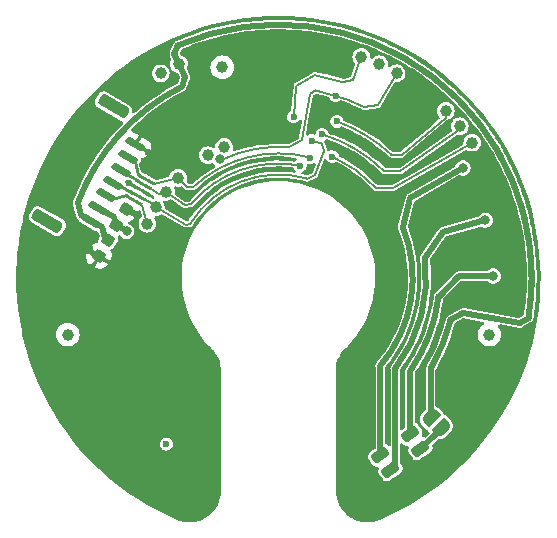
<source format=gbr>
%TF.GenerationSoftware,KiCad,Pcbnew,7.0.6*%
%TF.CreationDate,2024-04-30T01:46:30+02:00*%
%TF.ProjectId,amulet_encoder,616d756c-6574-45f6-956e-636f6465722e,1.0*%
%TF.SameCoordinates,PX7829b80PY6b49d20*%
%TF.FileFunction,Copper,L4,Bot*%
%TF.FilePolarity,Positive*%
%FSLAX46Y46*%
G04 Gerber Fmt 4.6, Leading zero omitted, Abs format (unit mm)*
G04 Created by KiCad (PCBNEW 7.0.6) date 2024-04-30 01:46:30*
%MOMM*%
%LPD*%
G01*
G04 APERTURE LIST*
G04 Aperture macros list*
%AMRoundRect*
0 Rectangle with rounded corners*
0 $1 Rounding radius*
0 $2 $3 $4 $5 $6 $7 $8 $9 X,Y pos of 4 corners*
0 Add a 4 corners polygon primitive as box body*
4,1,4,$2,$3,$4,$5,$6,$7,$8,$9,$2,$3,0*
0 Add four circle primitives for the rounded corners*
1,1,$1+$1,$2,$3*
1,1,$1+$1,$4,$5*
1,1,$1+$1,$6,$7*
1,1,$1+$1,$8,$9*
0 Add four rect primitives between the rounded corners*
20,1,$1+$1,$2,$3,$4,$5,0*
20,1,$1+$1,$4,$5,$6,$7,0*
20,1,$1+$1,$6,$7,$8,$9,0*
20,1,$1+$1,$8,$9,$2,$3,0*%
%AMRotRect*
0 Rectangle, with rotation*
0 The origin of the aperture is its center*
0 $1 length*
0 $2 width*
0 $3 Rotation angle, in degrees counterclockwise*
0 Add horizontal line*
21,1,$1,$2,0,0,$3*%
%AMFreePoly0*
4,1,19,0.000000,0.744912,0.071157,0.744911,0.207708,0.704816,0.327430,0.627875,0.420627,0.520320,0.479746,0.390866,0.500000,0.250000,0.500000,-0.250000,0.479746,-0.390866,0.420627,-0.520320,0.327430,-0.627875,0.207708,-0.704816,0.071157,-0.744911,0.000000,-0.744912,0.000000,-0.750000,-0.499999,-0.750000,-0.499999,0.750000,0.000000,0.750000,0.000000,0.744912,0.000000,0.744912,
$1*%
%AMFreePoly1*
4,1,19,0.499999,-0.750000,0.000000,-0.750000,0.000000,-0.744912,-0.071157,-0.744911,-0.207708,-0.704816,-0.327430,-0.627875,-0.420627,-0.520320,-0.479746,-0.390866,-0.500000,-0.250000,-0.500000,0.250000,-0.479746,0.390866,-0.420627,0.520320,-0.327430,0.627875,-0.207708,0.704816,-0.071157,0.744911,0.000000,0.744912,0.000000,0.750000,0.499999,0.750000,0.499999,-0.750000,0.499999,-0.750000,
$1*%
G04 Aperture macros list end*
%TA.AperFunction,ComponentPad*%
%ADD10C,0.700000*%
%TD*%
%TA.AperFunction,ComponentPad*%
%ADD11C,4.400000*%
%TD*%
%TA.AperFunction,ComponentPad*%
%ADD12C,1.000000*%
%TD*%
%TA.AperFunction,SMDPad,CuDef*%
%ADD13RoundRect,0.250000X0.827628X-0.766506X1.077628X-0.333494X-0.827628X0.766506X-1.077628X0.333494X0*%
%TD*%
%TA.AperFunction,SMDPad,CuDef*%
%ADD14RoundRect,0.150000X0.531218X-0.479904X0.681218X-0.220096X-0.531218X0.479904X-0.681218X0.220096X0*%
%TD*%
%TA.AperFunction,SMDPad,CuDef*%
%ADD15RotRect,0.250000X0.600000X240.000000*%
%TD*%
%TA.AperFunction,FiducialPad,Global*%
%ADD16C,1.000000*%
%TD*%
%TA.AperFunction,SMDPad,CuDef*%
%ADD17RoundRect,0.237500X-0.108582X0.336931X-0.346082X-0.074431X0.108582X-0.336931X0.346082X0.074431X0*%
%TD*%
%TA.AperFunction,SMDPad,CuDef*%
%ADD18FreePoly0,135.000000*%
%TD*%
%TA.AperFunction,SMDPad,CuDef*%
%ADD19FreePoly1,135.000000*%
%TD*%
%TA.AperFunction,SMDPad,CuDef*%
%ADD20RoundRect,0.225000X-0.559110X-0.116818X-0.301000X-0.485437X0.559110X0.116818X0.301000X0.485437X0*%
%TD*%
%TA.AperFunction,SMDPad,CuDef*%
%ADD21RoundRect,0.237500X0.108582X-0.336931X0.346082X0.074431X-0.108582X0.336931X-0.346082X-0.074431X0*%
%TD*%
%TA.AperFunction,ViaPad*%
%ADD22C,0.600000*%
%TD*%
%TA.AperFunction,ViaPad*%
%ADD23C,0.800000*%
%TD*%
%TA.AperFunction,Conductor*%
%ADD24C,0.250000*%
%TD*%
%TA.AperFunction,Conductor*%
%ADD25C,0.200000*%
%TD*%
%TA.AperFunction,Conductor*%
%ADD26C,0.500000*%
%TD*%
G04 APERTURE END LIST*
D10*
%TO.P,H1,1,1*%
%TO.N,GND*%
X20850000Y41000000D03*
X21333274Y42166726D03*
X21333274Y39833274D03*
X22500000Y42650000D03*
D11*
X22500000Y41000000D03*
D10*
X22500000Y39350000D03*
X23666726Y42166726D03*
X23666726Y39833274D03*
X24150000Y41000000D03*
%TD*%
D12*
%TO.P,TP10,1,1*%
%TO.N,/PWM*%
X29525000Y41225000D03*
%TD*%
%TO.P,TP13,1,1*%
%TO.N,+3V3*%
X12525002Y39820510D03*
%TD*%
%TO.P,TP3,1,1*%
%TO.N,/MOSI*%
X12979760Y29805137D03*
%TD*%
%TO.P,TP1,1,1*%
%TO.N,/CLK*%
X11413445Y27092201D03*
%TD*%
%TO.P,TP4,1,1*%
%TO.N,/CS*%
X14014719Y30985281D03*
%TD*%
%TO.P,TP15,1,1*%
%TO.N,GND*%
X15684597Y41293852D03*
%TD*%
%TO.P,TP14,1,1*%
%TO.N,+5V*%
X14072635Y40626155D03*
%TD*%
%TO.P,TP12,1,1*%
%TO.N,/MGL*%
X31050000Y40600000D03*
%TD*%
%TO.P,TP2,1,1*%
%TO.N,/MISO*%
X12107695Y28500000D03*
%TD*%
%TO.P,TP5,1,1*%
%TO.N,/SSD*%
X16500000Y32892305D03*
%TD*%
D10*
%TO.P,H2,1,1*%
%TO.N,GND*%
X36871469Y13249998D03*
X37354743Y14416724D03*
X37354743Y12083272D03*
X38521469Y14899998D03*
D11*
X38521469Y13249998D03*
D10*
X38521469Y11599998D03*
X39688195Y14416724D03*
X39688195Y12083272D03*
X40171469Y13249998D03*
%TD*%
D12*
%TO.P,TP6,1,1*%
%TO.N,/SSCK*%
X17907799Y33586555D03*
%TD*%
D10*
%TO.P,H3,1,1*%
%TO.N,GND*%
X4828529Y13250004D03*
X5311803Y14416730D03*
X5311803Y12083278D03*
X6478529Y14900004D03*
D11*
X6478529Y13250004D03*
D10*
X6478529Y11600004D03*
X7645255Y14416730D03*
X7645255Y12083278D03*
X8128529Y13250004D03*
%TD*%
D12*
%TO.P,TP11,1,1*%
%TO.N,/MGH*%
X32500000Y39825000D03*
%TD*%
D13*
%TO.P,J1,MP2*%
%TO.N,N/C*%
X8542409Y37024742D03*
%TO.P,J1,MP1*%
X2942409Y27325258D03*
D14*
%TO.P,J1,7,Pin_7*%
%TO.N,GND*%
X10388690Y33822595D03*
%TO.P,J1,6,Pin_6*%
%TO.N,/CS*%
X9763690Y32740064D03*
%TO.P,J1,5,Pin_5*%
%TO.N,/MOSI*%
X9138690Y31657532D03*
%TO.P,J1,4,Pin_4*%
%TO.N,/MISO*%
X8513690Y30575000D03*
%TO.P,J1,3,Pin_3*%
%TO.N,/CLK*%
X7888690Y29492468D03*
%TO.P,J1,2,Pin_2*%
%TO.N,+3V3*%
X7263690Y28409936D03*
%TO.P,J1,1,Pin_1*%
%TO.N,+5V*%
X6638690Y27327405D03*
%TD*%
D15*
%TO.P,D1,1,K*%
%TO.N,/CS*%
X11685625Y30615992D03*
%TO.P,D1,2,K*%
%TO.N,/MOSI*%
X11435625Y30182980D03*
%TO.P,D1,3,A*%
%TO.N,GND*%
X11185625Y29749967D03*
%TO.P,D1,4,K*%
%TO.N,/MISO*%
X10935625Y29316954D03*
%TO.P,D1,5,K*%
%TO.N,/CLK*%
X10685625Y28883942D03*
%TO.P,D1,6,K*%
X9949503Y29308942D03*
%TO.P,D1,7,K*%
%TO.N,/MISO*%
X10199503Y29741954D03*
%TO.P,D1,8,A*%
%TO.N,GND*%
X10449503Y30174967D03*
%TO.P,D1,9,K*%
%TO.N,/MOSI*%
X10699503Y30607980D03*
%TO.P,D1,10,K*%
%TO.N,/CS*%
X10949503Y31040992D03*
%TD*%
D16*
%TO.P,FM6,*%
%TO.N,*%
X40369627Y17711846D03*
%TD*%
D12*
%TO.P,TP9,1,1*%
%TO.N,/Z*%
X36667135Y36642135D03*
%TD*%
D17*
%TO.P,C1,2*%
%TO.N,GND*%
X7289042Y24353848D03*
%TO.P,C1,1*%
%TO.N,+5V*%
X8089042Y25739488D03*
%TD*%
D18*
%TO.P,JP1,2,B*%
%TO.N,+5V*%
X35407390Y10725899D03*
D19*
%TO.P,JP1,1,A*%
%TO.N,/LED_A*%
X36326628Y9806661D03*
%TD*%
D12*
%TO.P,TP8,1,1*%
%TO.N,/B*%
X37845888Y35355752D03*
%TD*%
D20*
%TO.P,D2,4,A*%
%TO.N,/LED_A*%
X34523166Y8041169D03*
%TO.P,D2,3,K3*%
%TO.N,/LED_R_K*%
X31983795Y6263082D03*
%TO.P,D2,2,K2*%
%TO.N,/LED_Y_K*%
X33662801Y9269898D03*
%TO.P,D2,1,K1*%
%TO.N,/LED_G_K*%
X31123430Y7491811D03*
%TD*%
D16*
%TO.P,FM5,*%
%TO.N,*%
X4655370Y17711854D03*
%TD*%
D12*
%TO.P,TP7,1,1*%
%TO.N,/A*%
X38908040Y33971529D03*
%TD*%
D21*
%TO.P,C2,2*%
%TO.N,GND*%
X9589042Y28337566D03*
%TO.P,C2,1*%
%TO.N,+3V3*%
X8789042Y26951926D03*
%TD*%
D16*
%TO.P,FM4,*%
%TO.N,*%
X17736853Y40344627D03*
%TD*%
D22*
%TO.N,GND*%
X35300000Y26525000D03*
X33000000Y20825000D03*
X33100000Y23600000D03*
%TO.N,*%
X13000000Y8450000D03*
%TO.N,/MOSI*%
X24325000Y32025000D03*
%TO.N,/MISO*%
X25325000Y34125000D03*
%TO.N,GND*%
X17401220Y38192433D03*
X2527813Y16010643D03*
X11500000Y33200000D03*
X14480941Y18414086D03*
X16900000Y33850000D03*
X30519059Y18414086D03*
X6203142Y19918831D03*
X28863961Y28863961D03*
X9166207Y24611865D03*
X24000000Y35300000D03*
X38192433Y17401220D03*
X39489357Y10156510D03*
X33342693Y34080090D03*
X31500000Y22500000D03*
X37315325Y24846517D03*
X13610805Y23907910D03*
X29924621Y15075379D03*
X16328255Y14005322D03*
X13647185Y5125373D03*
X19684180Y40278390D03*
X13610805Y21092090D03*
X13160000Y28620000D03*
X38350000Y20350000D03*
X27790067Y29781153D03*
X25400000Y35000000D03*
X9134902Y15690143D03*
X13980000Y29930000D03*
X20500000Y36000000D03*
X32033800Y3788863D03*
X5125373Y31352815D03*
X12966200Y3788863D03*
X37349242Y7650758D03*
X1500000Y22500000D03*
X18100000Y35950000D03*
X1758545Y19214876D03*
X28671745Y14005322D03*
X19918831Y38796858D03*
X25315820Y40278390D03*
X33080135Y37062306D03*
X29781153Y27790067D03*
X12800000Y31300000D03*
X10156510Y5510643D03*
X26560000Y35520000D03*
X10832738Y10832738D03*
X9166207Y20388135D03*
X13940491Y19718847D03*
X19449528Y41759923D03*
X27700000Y36900000D03*
X3000000Y22500000D03*
X5510643Y10156510D03*
X6550000Y25050000D03*
X12129272Y24142562D03*
X33961812Y38275831D03*
X15446577Y12791796D03*
X30985281Y30985281D03*
X7500000Y22500000D03*
X31389195Y23907910D03*
X15009157Y37201608D03*
X9000000Y22500000D03*
X30519059Y26585914D03*
X30994678Y16328255D03*
X39874627Y31352815D03*
X7684675Y20153483D03*
X10500000Y22500000D03*
X38400000Y24350000D03*
X3240077Y25550472D03*
X29781153Y17209933D03*
X12500000Y27400000D03*
X42472187Y16010643D03*
X27400000Y33550000D03*
X34843490Y5510643D03*
X32150000Y35300000D03*
X11038188Y38275831D03*
X41045602Y28525831D03*
X16136039Y16136039D03*
X9865420Y30516266D03*
X1758545Y25785124D03*
X42000000Y22500000D03*
X41759923Y25550472D03*
X31059509Y19718847D03*
X31059509Y25281153D03*
X37400000Y28400000D03*
X10647740Y24377214D03*
X14564899Y11578271D03*
X25150000Y31850000D03*
X8234152Y17864745D03*
X6000000Y22500000D03*
X28863961Y16136039D03*
X31855569Y17733100D03*
X12000000Y22500000D03*
X32486093Y19255322D03*
X20750000Y35200000D03*
X4721610Y25315820D03*
X10647740Y20622786D03*
X10350000Y27150000D03*
X13500000Y22500000D03*
X16371128Y10471412D03*
X10364745Y13683221D03*
X4721610Y19684180D03*
X6807567Y17401220D03*
X31389195Y21092090D03*
X15218847Y17209933D03*
X11893398Y11893398D03*
X3240077Y19449528D03*
X6724169Y33961812D03*
X7650758Y7650758D03*
X12801543Y35848780D03*
X25550472Y41759923D03*
X4500000Y22500000D03*
D23*
%TO.N,+3V3*%
X9655065Y26451921D03*
D22*
%TO.N,/MGH*%
X27350000Y37950000D03*
D23*
X17542050Y32541541D03*
D22*
%TO.N,/PWM*%
X23800000Y36150000D03*
%TO.N,/Z*%
X27450000Y35780000D03*
%TO.N,/B*%
X26200000Y34675000D03*
%TO.N,/A*%
X27061312Y32783146D03*
%TO.N,/CS*%
X25200000Y32700000D03*
D23*
%TO.N,/LED_R_K*%
X40016708Y27391560D03*
%TO.N,/LED_G_K*%
X38122326Y31826062D03*
%TO.N,/LED_Y_K*%
X40683643Y22665816D03*
%TD*%
D24*
%TO.N,/MOSI*%
X10699503Y30607980D02*
X10670760Y30715255D01*
D25*
X14569765Y28691803D02*
X12979760Y29805137D01*
D24*
X10699503Y30607980D02*
X11435624Y30182979D01*
D25*
X12979760Y29805137D02*
X12372087Y29642311D01*
X15072249Y28735765D02*
X14569765Y28691803D01*
D24*
X10670760Y30715255D02*
X9156990Y31589230D01*
D25*
X11435624Y30182979D02*
X12372087Y29642311D01*
X24325000Y32025000D02*
G75*
G03*
X15072249Y28735765I-1825000J-9525000D01*
G01*
D24*
%TO.N,/MISO*%
X10199500Y29741956D02*
X10935626Y29316952D01*
D25*
X25638767Y31249074D02*
X24930417Y30918763D01*
X25638767Y31249074D02*
X26380692Y33287497D01*
X14657423Y27027913D02*
X12107695Y28500000D01*
X15038988Y27095193D02*
X14657423Y27027913D01*
X10935626Y29316952D02*
X12063234Y28665930D01*
X26161706Y33889168D02*
X26380692Y33287497D01*
X12063234Y28665930D02*
X12107695Y28500000D01*
D24*
X10199500Y29741956D02*
X10101875Y29715799D01*
X10101875Y29715799D02*
X8581994Y30593302D01*
X8581994Y30593302D02*
X8513690Y30575000D01*
D25*
X8616142Y30602452D02*
X8513690Y30575000D01*
X26161706Y33889169D02*
G75*
G03*
X25325000Y34124999I-3661406J-11388169D01*
G01*
X24930417Y30918763D02*
G75*
G03*
X15038988Y27095193I-2430417J-8418763D01*
G01*
D24*
%TO.N,/CLK*%
X9623462Y29497185D02*
X8433016Y29178205D01*
X9949502Y29308941D02*
X10685626Y28883942D01*
D25*
X10685626Y28883942D02*
X10978686Y28714739D01*
D24*
X8433016Y29178205D02*
X7888690Y29492468D01*
D25*
X10978686Y28714739D02*
X11413445Y27092201D01*
D24*
X9949502Y29308943D02*
X9623462Y29497185D01*
%TO.N,GND*%
X9866715Y30511439D02*
X9865420Y30516266D01*
X10449503Y30174967D02*
X11185625Y29749967D01*
X10449503Y30174967D02*
X9866715Y30511439D01*
D26*
%TO.N,+5V*%
X5505681Y28847878D02*
X5780294Y27823006D01*
X14038182Y42219281D02*
X13683963Y41459665D01*
X14605903Y39482556D02*
X14317877Y38691210D01*
X5780294Y27823006D02*
X7569667Y26789904D01*
X38115120Y19531981D02*
X37063803Y18925000D01*
X14072635Y40626155D02*
X14605903Y39482556D01*
X42923556Y18684133D02*
X43691473Y19127485D01*
X35397318Y10735971D02*
X35407390Y10725899D01*
X13683963Y41459665D02*
X14072635Y40626155D01*
X35397318Y14848585D02*
X35397318Y10735971D01*
X7807583Y25901988D02*
X8089038Y25739488D01*
X42923556Y18684133D02*
X38115120Y19531981D01*
X7569667Y26789904D02*
X7807583Y25901988D01*
X35397317Y14848585D02*
G75*
G03*
X37063801Y18925000I-12897317J7651415D01*
G01*
X43820029Y20069213D02*
G75*
G03*
X14038182Y42219280I-21320029J2430787D01*
G01*
X43691472Y19127485D02*
G75*
G03*
X14038182Y42219279I-21191472J3372515D01*
G01*
X14317878Y38691209D02*
G75*
G03*
X5505683Y28847878I8182122J-16191209D01*
G01*
%TO.N,+3V3*%
X8789042Y26951924D02*
X9655065Y26451921D01*
X8606030Y27634938D02*
X8789042Y26951924D01*
X7263690Y28409936D02*
X8606030Y27634938D01*
D25*
%TO.N,/MGH*%
X25668194Y38381199D02*
X25170646Y38093940D01*
X24481115Y34183436D02*
X23414667Y33567719D01*
X30973745Y37181451D02*
X32500000Y39825000D01*
X29772004Y36969551D02*
X30973745Y37181451D01*
X17542050Y32541541D02*
X17721905Y32541541D01*
X17721905Y32541541D02*
X17733106Y32530340D01*
X24481115Y34183436D02*
X25170646Y38093940D01*
X17542050Y32541541D02*
X17650509Y32649999D01*
X23414667Y33567718D02*
G75*
G03*
X17733106Y32530340I-914667J-11067718D01*
G01*
X29772002Y36969546D02*
G75*
G03*
X28334935Y37606405I-7272102J-14469646D01*
G01*
X28334935Y37606404D02*
G75*
G03*
X25668194Y38381198I-5834935J-15106404D01*
G01*
%TO.N,/PWM*%
X28820500Y39289402D02*
X29525000Y41225000D01*
X25563086Y39681314D02*
X24031592Y38797108D01*
X23800000Y36150000D02*
X24031592Y38797108D01*
X28820500Y39289402D02*
X27988928Y39066583D01*
X27988928Y39066582D02*
G75*
G03*
X25563086Y39681312I-5488928J-16566582D01*
G01*
%TO.N,/Z*%
X36667135Y36068156D02*
X32953845Y32952332D01*
X36667135Y36642135D02*
X36667135Y36068156D01*
X32071293Y32952332D02*
X32953845Y32952332D01*
X32071293Y32952332D02*
G75*
G03*
X27450000Y35780000I-9571293J-10452332D01*
G01*
%TO.N,/B*%
X31447388Y31547920D02*
X32826458Y31547920D01*
X37845888Y35355752D02*
X37845888Y35144008D01*
X37845888Y35144008D02*
X37574213Y34872333D01*
X32826458Y31547920D02*
X37574213Y34872333D01*
X31447405Y31547937D02*
G75*
G03*
X26200000Y34674998I-8947105J-9047537D01*
G01*
%TO.N,/A*%
X30800632Y30092637D02*
X32189602Y30092637D01*
X32189602Y30092637D02*
X38908040Y33971529D01*
X30800631Y30092636D02*
G75*
G03*
X27061312Y32783143I-8300631J-7592636D01*
G01*
D24*
%TO.N,/CS*%
X10319217Y32419328D02*
X9763686Y32740065D01*
D25*
X15285838Y30199731D02*
X14800273Y30199727D01*
X11987048Y30441970D02*
X14014719Y30985281D01*
D24*
X11685625Y30615997D02*
X10949502Y31040996D01*
D25*
X11685628Y30615991D02*
X11987048Y30441970D01*
D24*
X10640782Y31219232D02*
X10319217Y32419328D01*
D25*
X14800273Y30199727D02*
X14014719Y30985281D01*
D24*
X10949502Y31040996D02*
X10640782Y31219232D01*
D25*
X25200000Y32699999D02*
G75*
G03*
X15285839Y30199730I-2700000J-10199999D01*
G01*
D26*
%TO.N,/LED_R_K*%
X32393137Y14855303D02*
X32393137Y6672424D01*
X36461316Y26438897D02*
X34887673Y24191490D01*
X32393137Y6672424D02*
X31983795Y6263082D01*
X36461316Y26438897D02*
X40016708Y27391560D01*
X31983795Y6263082D02*
X32400000Y6679287D01*
X32393136Y14855303D02*
G75*
G03*
X34887671Y24191490I-9893136J7644697D01*
G01*
%TO.N,/LED_G_K*%
X33674981Y29258389D02*
X38122326Y31826062D01*
X31123430Y7491811D02*
X31123430Y15076570D01*
X31123430Y15076570D02*
X31119621Y15080379D01*
X33021279Y26818722D02*
X33674981Y29258389D01*
X31119621Y15080379D02*
G75*
G03*
X33021277Y26818722I-8619621J7419621D01*
G01*
%TO.N,/LED_Y_K*%
X33656420Y14643580D02*
X33656420Y9276279D01*
X40683643Y22665816D02*
X37786689Y22665813D01*
X33656420Y9276279D02*
X33662801Y9269898D01*
X37786689Y22665813D02*
X36054961Y20934084D01*
X33656420Y14643580D02*
G75*
G03*
X36054961Y20934084I-11156420J7856420D01*
G01*
D25*
%TO.N,/LED_A*%
X36326629Y9806660D02*
X36326820Y9804476D01*
X36326820Y9804476D02*
X36352323Y9783076D01*
D26*
X34523167Y8041169D02*
G75*
G03*
X36352323Y9783076I-12023267J14456831D01*
G01*
%TD*%
%TA.AperFunction,Conductor*%
%TO.N,GND*%
G36*
X22520293Y31947679D02*
G01*
X23106108Y31928239D01*
X23109905Y31927994D01*
X23693369Y31872029D01*
X23697140Y31871548D01*
X23730966Y31866156D01*
X23794069Y31836163D01*
X23826005Y31791154D01*
X23844137Y31747379D01*
X23844139Y31747375D01*
X23932379Y31632379D01*
X23932381Y31632378D01*
X23932383Y31632375D01*
X23938126Y31626632D01*
X23936390Y31624897D01*
X23970276Y31578482D01*
X23974426Y31508735D01*
X23940209Y31447817D01*
X23878490Y31415069D01*
X23834166Y31414073D01*
X23635940Y31445504D01*
X23635933Y31445505D01*
X23635931Y31445505D01*
X23080427Y31498639D01*
X22522699Y31517310D01*
X22522698Y31517310D01*
X22522692Y31517310D01*
X22522688Y31517310D01*
X21964863Y31501446D01*
X21964852Y31501446D01*
X21964851Y31501445D01*
X21915831Y31497005D01*
X21409088Y31451107D01*
X21144707Y31410548D01*
X20857489Y31366486D01*
X20857488Y31366486D01*
X20312197Y31247909D01*
X20312194Y31247909D01*
X20312184Y31247906D01*
X19775257Y31095823D01*
X19775248Y31095820D01*
X19775245Y31095819D01*
X19704085Y31070814D01*
X19248765Y30910819D01*
X19248753Y30910815D01*
X19248753Y30910814D01*
X18734734Y30693606D01*
X18235114Y30445008D01*
X18235112Y30445007D01*
X18235107Y30445004D01*
X17751822Y30165977D01*
X17751809Y30165969D01*
X17751810Y30165969D01*
X17286727Y29857594D01*
X17226473Y29812036D01*
X16876786Y29547637D01*
X16841580Y29521018D01*
X16664334Y29368888D01*
X16418127Y29157569D01*
X16017958Y28768615D01*
X15642620Y28355658D01*
X15642619Y28355658D01*
X15293533Y27920262D01*
X14972054Y27464116D01*
X14972054Y27464115D01*
X14913920Y27369760D01*
X14861996Y27323010D01*
X14829882Y27312688D01*
X14748160Y27298278D01*
X14678720Y27306022D01*
X14664627Y27313007D01*
X12917724Y28321582D01*
X12869508Y28372149D01*
X12856285Y28440756D01*
X12856492Y28442741D01*
X12862944Y28500000D01*
X12862944Y28500003D01*
X12844009Y28668057D01*
X12806705Y28774665D01*
X12788151Y28827690D01*
X12788149Y28827693D01*
X12788149Y28827694D01*
X12760291Y28872029D01*
X12741290Y28939266D01*
X12761657Y29006101D01*
X12814925Y29051315D01*
X12879168Y29061222D01*
X12979757Y29049888D01*
X12979760Y29049888D01*
X12979763Y29049888D01*
X13080595Y29061250D01*
X13147819Y29068824D01*
X13307450Y29124681D01*
X13347060Y29149571D01*
X13414295Y29168571D01*
X13481131Y29148204D01*
X13484150Y29146156D01*
X14377074Y28520923D01*
X14382283Y28517276D01*
X14398374Y28502206D01*
X14405591Y28496149D01*
X14413109Y28492025D01*
X14434330Y28480383D01*
X14440051Y28476826D01*
X14446296Y28472453D01*
X14456402Y28468007D01*
X14461222Y28465630D01*
X14492963Y28448216D01*
X14492967Y28448216D01*
X14503589Y28444866D01*
X14514480Y28442452D01*
X14514484Y28442450D01*
X14550666Y28441661D01*
X14556033Y28441310D01*
X14567018Y28440106D01*
X14574606Y28440771D01*
X14581358Y28440991D01*
X14614116Y28440275D01*
X14614122Y28440278D01*
X14623410Y28441914D01*
X14644862Y28446918D01*
X15044918Y28481918D01*
X15061336Y28481199D01*
X15061337Y28481404D01*
X15072180Y28481403D01*
X15072186Y28481401D01*
X15102288Y28486702D01*
X15107624Y28487405D01*
X15118661Y28488369D01*
X15125939Y28490491D01*
X15132514Y28492024D01*
X15159187Y28496719D01*
X15159191Y28496722D01*
X15161127Y28497426D01*
X15185647Y28507895D01*
X15190183Y28509216D01*
X15206664Y28522445D01*
X15222303Y28533139D01*
X15235703Y28540870D01*
X15240414Y28546483D01*
X15257768Y28563460D01*
X15267903Y28571592D01*
X15271520Y28578187D01*
X15287797Y28601199D01*
X15656075Y29013045D01*
X15658713Y29015816D01*
X16075922Y29427502D01*
X16078750Y29430122D01*
X16520832Y29814957D01*
X16523781Y29817367D01*
X16989018Y30173860D01*
X16992150Y30176108D01*
X17478731Y30502869D01*
X17481965Y30504898D01*
X17988037Y30800679D01*
X17991339Y30802473D01*
X18514896Y31066096D01*
X18518323Y31067690D01*
X19057293Y31298115D01*
X19060842Y31299503D01*
X19613124Y31495832D01*
X19616785Y31497005D01*
X19930744Y31586980D01*
X20180214Y31658474D01*
X20183934Y31659415D01*
X20756387Y31785413D01*
X20760088Y31786107D01*
X21339277Y31876127D01*
X21343104Y31876600D01*
X21926737Y31930293D01*
X21930594Y31930526D01*
X22516451Y31947686D01*
X22520293Y31947679D01*
G37*
%TD.AperFunction*%
%TA.AperFunction,Conductor*%
G36*
X9593761Y28495740D02*
G01*
X9456284Y28257622D01*
X9443308Y28271230D01*
X9430085Y28339837D01*
X9446137Y28390051D01*
X9472138Y28435085D01*
X9522706Y28483300D01*
X9591313Y28496522D01*
X9593761Y28495740D01*
G37*
%TD.AperFunction*%
%TA.AperFunction,Conductor*%
G36*
X22715483Y32798494D02*
G01*
X23323909Y32767744D01*
X23327572Y32767449D01*
X23933090Y32700571D01*
X23936744Y32700057D01*
X23944568Y32698718D01*
X23954449Y32697027D01*
X24017207Y32666315D01*
X24053399Y32606550D01*
X24051533Y32536705D01*
X24012203Y32478956D01*
X24009018Y32476429D01*
X23932379Y32417622D01*
X23926046Y32409368D01*
X23869617Y32368167D01*
X23811559Y32361909D01*
X23761622Y32368454D01*
X23501867Y32402498D01*
X23111532Y32430391D01*
X22916366Y32444337D01*
X22329424Y32451588D01*
X22329422Y32451588D01*
X22329419Y32451588D01*
X21962947Y32434487D01*
X21743062Y32424226D01*
X21159333Y32362344D01*
X20871566Y32314545D01*
X20580286Y32266161D01*
X20341425Y32211847D01*
X20095782Y32155991D01*
X20007905Y32136009D01*
X19946119Y32118070D01*
X19444194Y31972342D01*
X19444193Y31972341D01*
X18891103Y31775726D01*
X18891103Y31775725D01*
X18350577Y31546850D01*
X18350563Y31546843D01*
X18350562Y31546843D01*
X17824481Y31286508D01*
X17824481Y31286509D01*
X17314633Y30995598D01*
X17037511Y30815027D01*
X16822838Y30675148D01*
X16411913Y30371439D01*
X16350775Y30326253D01*
X16350776Y30326253D01*
X16298069Y30282266D01*
X15900119Y29950153D01*
X15900120Y29950153D01*
X15900116Y29950150D01*
X15497390Y29571612D01*
X15472400Y29548123D01*
X15069133Y29121587D01*
X15069133Y29121586D01*
X14980118Y29015586D01*
X14921931Y28976906D01*
X14895966Y28971800D01*
X14683720Y28953231D01*
X14615220Y28966998D01*
X14601790Y28975184D01*
X13772063Y29556165D01*
X13728438Y29610742D01*
X13719966Y29671624D01*
X13735009Y29805135D01*
X13735009Y29805140D01*
X13717136Y29963761D01*
X13716073Y29973196D01*
X13672936Y30096476D01*
X13669375Y30166254D01*
X13704104Y30226882D01*
X13766097Y30259109D01*
X13830935Y30254471D01*
X13846660Y30248968D01*
X13888674Y30244234D01*
X14014716Y30230032D01*
X14014719Y30230032D01*
X14014722Y30230032D01*
X14182772Y30248967D01*
X14182773Y30248968D01*
X14182778Y30248968D01*
X14267761Y30278706D01*
X14337540Y30282266D01*
X14396396Y30249344D01*
X14597056Y30048684D01*
X14612477Y30029894D01*
X14619673Y30019124D01*
X14657148Y29994087D01*
X14669586Y29985776D01*
X14684731Y29975656D01*
X14692384Y29970542D01*
X14697122Y29966653D01*
X14699839Y29965201D01*
X14702476Y29963621D01*
X14705456Y29962874D01*
X14708402Y29961981D01*
X14714506Y29961380D01*
X14738888Y29956530D01*
X14800273Y29944319D01*
X14812973Y29946846D01*
X14837154Y29949229D01*
X15234777Y29949231D01*
X15242197Y29948786D01*
X15255433Y29947192D01*
X15255435Y29947191D01*
X15255437Y29947192D01*
X15255438Y29947191D01*
X15270429Y29948013D01*
X15290985Y29949139D01*
X15294369Y29949231D01*
X15310511Y29949231D01*
X15310514Y29949231D01*
X15310516Y29949232D01*
X15315425Y29949716D01*
X15326062Y29951060D01*
X15343642Y29952022D01*
X15348403Y29954057D01*
X15372943Y29961651D01*
X15383580Y29963766D01*
X15396084Y29972122D01*
X15416260Y29983049D01*
X15424878Y29986731D01*
X15434674Y29995911D01*
X15450561Y30008522D01*
X15466440Y30019131D01*
X15467300Y30020419D01*
X15488351Y30044503D01*
X15915266Y30421281D01*
X15918058Y30423602D01*
X16398006Y30798861D01*
X16400949Y30801024D01*
X16902370Y31147079D01*
X16905422Y31149053D01*
X17426529Y31464670D01*
X17429696Y31466461D01*
X17968653Y31750530D01*
X17971931Y31752135D01*
X18526821Y32003645D01*
X18530198Y32005055D01*
X19099048Y32223113D01*
X19102497Y32224320D01*
X19683355Y32408176D01*
X19686827Y32409162D01*
X20277598Y32558149D01*
X20281119Y32558926D01*
X20879684Y32672512D01*
X20883277Y32673084D01*
X21487543Y32750871D01*
X21491157Y32751227D01*
X22098959Y32792938D01*
X22102620Y32793080D01*
X22711819Y32798570D01*
X22715483Y32798494D01*
G37*
%TD.AperFunction*%
%TA.AperFunction,Conductor*%
G36*
X11247006Y29858289D02*
G01*
X11529051Y29695450D01*
X11529064Y29695446D01*
X11530913Y29694608D01*
X11536333Y29691824D01*
X11945673Y29455491D01*
X11993889Y29404924D01*
X12007112Y29336317D01*
X11981144Y29271452D01*
X11924616Y29231058D01*
X11922126Y29230187D01*
X11852346Y29226633D01*
X11819183Y29239846D01*
X11411340Y29475314D01*
X11406226Y29478610D01*
X11404548Y29479813D01*
X11122508Y29642648D01*
X11074292Y29693215D01*
X11061069Y29761822D01*
X11077122Y29812036D01*
X11077622Y29812902D01*
X11128189Y29861117D01*
X11196797Y29874339D01*
X11247006Y29858289D01*
G37*
%TD.AperFunction*%
%TA.AperFunction,Conductor*%
G36*
X9705968Y30774690D02*
G01*
X9771885Y30751524D01*
X9814814Y30696398D01*
X9819161Y30683232D01*
X10223787Y30449622D01*
X10228903Y30446323D01*
X10230573Y30445126D01*
X10315839Y30395898D01*
X10512618Y30282288D01*
X10560834Y30231721D01*
X10574057Y30163114D01*
X10558004Y30112900D01*
X10557504Y30112034D01*
X10506937Y30063819D01*
X10438329Y30050597D01*
X10388118Y30066648D01*
X10152234Y30202835D01*
X10106077Y30229484D01*
X10106076Y30229485D01*
X10106075Y30229485D01*
X10104197Y30230336D01*
X10098792Y30233113D01*
X9690671Y30468742D01*
X9630992Y30470162D01*
X9573129Y30509324D01*
X9564763Y30520725D01*
X9521594Y30587199D01*
X9501592Y30654144D01*
X9520959Y30721276D01*
X9573545Y30767281D01*
X9632077Y30778562D01*
X9705968Y30774690D01*
G37*
%TD.AperFunction*%
%TA.AperFunction,Conductor*%
G36*
X25617323Y32234972D02*
G01*
X25667315Y32186160D01*
X25682982Y32118070D01*
X25675723Y32083027D01*
X25456429Y31480520D01*
X25415003Y31424256D01*
X25392312Y31410548D01*
X24951769Y31205118D01*
X24882692Y31194626D01*
X24864989Y31198360D01*
X24786434Y31221025D01*
X24731814Y31236785D01*
X24548465Y31277622D01*
X24487309Y31311410D01*
X24454128Y31372898D01*
X24459457Y31442564D01*
X24501605Y31498290D01*
X24527962Y31513214D01*
X24602625Y31544139D01*
X24717621Y31632379D01*
X24805861Y31747375D01*
X24861330Y31881291D01*
X24880250Y32025000D01*
X24878821Y32035853D01*
X24889583Y32104887D01*
X24935961Y32157145D01*
X25003229Y32176033D01*
X25049209Y32166604D01*
X25056291Y32163670D01*
X25114618Y32155991D01*
X25199999Y32144750D01*
X25200000Y32144750D01*
X25200001Y32144750D01*
X25214977Y32146722D01*
X25343709Y32163670D01*
X25477625Y32219139D01*
X25483712Y32223810D01*
X25548877Y32249007D01*
X25617323Y32234972D01*
G37*
%TD.AperFunction*%
%TA.AperFunction,Conductor*%
G36*
X23436890Y44679720D02*
G01*
X24372110Y44620420D01*
X25303994Y44521702D01*
X26230882Y44383745D01*
X27151122Y44206792D01*
X28063073Y43991160D01*
X28965113Y43737233D01*
X29855631Y43445464D01*
X30733043Y43116371D01*
X31595784Y42750542D01*
X32442318Y42348629D01*
X33271135Y41911347D01*
X34080759Y41439476D01*
X34869748Y40933857D01*
X35636695Y40395391D01*
X36380233Y39825037D01*
X37099038Y39223811D01*
X37791829Y38592785D01*
X38457372Y37933083D01*
X39094480Y37245881D01*
X39702018Y36532403D01*
X40278904Y35793921D01*
X40824110Y35031750D01*
X41336664Y34247249D01*
X41815652Y33441816D01*
X42260223Y32616885D01*
X42669582Y31773927D01*
X43043001Y30914444D01*
X43379815Y30039967D01*
X43679422Y29152054D01*
X43941290Y28252288D01*
X44164952Y27342273D01*
X44350009Y26423628D01*
X44496131Y25497993D01*
X44603059Y24567015D01*
X44670601Y23632353D01*
X44698637Y22695675D01*
X44687117Y21758647D01*
X44636062Y20822940D01*
X44545562Y19890222D01*
X44415780Y18962154D01*
X44246946Y18040391D01*
X44039360Y17126574D01*
X43793394Y16222331D01*
X43509485Y15329275D01*
X43188139Y14448997D01*
X42829929Y13583065D01*
X42435493Y12733021D01*
X42005534Y11900382D01*
X41540818Y11086630D01*
X41042173Y10293215D01*
X40510487Y9521552D01*
X39946709Y8773016D01*
X39351842Y8048939D01*
X38823410Y7458411D01*
X38726947Y7350613D01*
X38073137Y6679281D01*
X37391578Y6036141D01*
X36683483Y5422337D01*
X35950114Y4838964D01*
X35192779Y4287062D01*
X34412826Y3767613D01*
X33611646Y3281543D01*
X32790666Y2829719D01*
X31951349Y2412945D01*
X31097427Y2032961D01*
X31092876Y2031148D01*
X30804036Y1929080D01*
X30797139Y1927083D01*
X30499562Y1859322D01*
X30492480Y1858135D01*
X30189063Y1825205D01*
X30181891Y1824845D01*
X30030960Y1826005D01*
X29876701Y1827190D01*
X29869543Y1827660D01*
X29566668Y1865246D01*
X29559605Y1866541D01*
X29263095Y1938868D01*
X29256229Y1940971D01*
X28970074Y2047064D01*
X28963497Y2049945D01*
X28691510Y2188388D01*
X28685309Y2192010D01*
X28431122Y2360960D01*
X28425392Y2365267D01*
X28192436Y2562441D01*
X28187240Y2567383D01*
X27978615Y2790157D01*
X27974018Y2795674D01*
X27792537Y3041047D01*
X27788609Y3047057D01*
X27650604Y3287507D01*
X27636686Y3311758D01*
X27633479Y3318181D01*
X27513153Y3598666D01*
X27510713Y3605403D01*
X27423597Y3897911D01*
X27421951Y3904893D01*
X27369209Y4205512D01*
X27368381Y4212620D01*
X27352129Y4493071D01*
X27350604Y4519387D01*
X27350500Y4522974D01*
X27350500Y4593170D01*
X27350499Y4593176D01*
X27350499Y14636662D01*
X27350578Y14639784D01*
X27359426Y14815343D01*
X27364021Y14906504D01*
X27364646Y14912689D01*
X27404600Y15175163D01*
X27405845Y15181264D01*
X27471987Y15438396D01*
X27473842Y15444348D01*
X27473846Y15444358D01*
X27565496Y15693527D01*
X27567928Y15699235D01*
X27684182Y15937963D01*
X27687172Y15943389D01*
X27826831Y16169211D01*
X27830360Y16174322D01*
X27992009Y16384952D01*
X27996038Y16389689D01*
X28179355Y16584395D01*
X28181523Y16586583D01*
X28383966Y16780966D01*
X28383966Y16780965D01*
X28599740Y17018829D01*
X28763641Y17199508D01*
X28763643Y17199510D01*
X29113603Y17643183D01*
X29113607Y17643188D01*
X29268229Y17869695D01*
X29432204Y18109902D01*
X29717923Y18597437D01*
X29969409Y19103482D01*
X30185469Y19625636D01*
X30365079Y20161423D01*
X30507385Y20708301D01*
X30550334Y20936930D01*
X30611714Y21263667D01*
X30633118Y21446080D01*
X30677571Y21824916D01*
X30704643Y22389357D01*
X30704643Y22389364D01*
X30692802Y22954330D01*
X30656830Y23353644D01*
X30642103Y23517134D01*
X30552788Y24075121D01*
X30425281Y24625638D01*
X30425281Y24625639D01*
X30425280Y24625643D01*
X30260185Y25166073D01*
X30069781Y25663806D01*
X30058283Y25693863D01*
X30058280Y25693869D01*
X29820537Y26206500D01*
X29820536Y26206501D01*
X29820534Y26206506D01*
X29548066Y26701569D01*
X29548065Y26701571D01*
X29548065Y26701572D01*
X29242169Y27176705D01*
X28904299Y27629657D01*
X28789149Y27763686D01*
X28536048Y28058286D01*
X28139172Y28460550D01*
X28131953Y28466923D01*
X27904127Y28668059D01*
X27715550Y28834544D01*
X27585807Y28934074D01*
X27267194Y29178493D01*
X27267192Y29178494D01*
X26796225Y29490770D01*
X26304881Y29769889D01*
X25795491Y30014529D01*
X25270471Y30223529D01*
X24732311Y30395897D01*
X24183564Y30530817D01*
X23940065Y30573168D01*
X23626840Y30627647D01*
X23626834Y30627648D01*
X23626832Y30627648D01*
X23064755Y30685931D01*
X22500000Y30705389D01*
X21935245Y30685931D01*
X21373169Y30627648D01*
X21373166Y30627648D01*
X21373161Y30627647D01*
X21059935Y30573169D01*
X20816437Y30530817D01*
X20267690Y30395898D01*
X19729530Y30223529D01*
X19204510Y30014530D01*
X18695120Y29769890D01*
X18203772Y29490768D01*
X17985729Y29346194D01*
X17732808Y29178495D01*
X17732806Y29178494D01*
X17380763Y28908429D01*
X17284450Y28834544D01*
X17036763Y28615873D01*
X16868048Y28466923D01*
X16860829Y28460550D01*
X16463953Y28058286D01*
X16210852Y27763686D01*
X16095702Y27629657D01*
X15757831Y27176705D01*
X15757831Y27176706D01*
X15548202Y26851096D01*
X15451935Y26701569D01*
X15179466Y26206506D01*
X15179461Y26206495D01*
X14941719Y25693869D01*
X14739814Y25166069D01*
X14574721Y24625644D01*
X14532214Y24442117D01*
X14447212Y24075122D01*
X14357897Y23517135D01*
X14339807Y23316316D01*
X14307198Y22954331D01*
X14295357Y22389364D01*
X14295357Y22389358D01*
X14322429Y21824917D01*
X14351032Y21581159D01*
X14388286Y21263670D01*
X14388286Y21263671D01*
X14423377Y21076869D01*
X14492614Y20708301D01*
X14559482Y20451332D01*
X14634922Y20161419D01*
X14723752Y19896435D01*
X14814530Y19625637D01*
X15030590Y19103483D01*
X15282077Y18597438D01*
X15567795Y18109903D01*
X15886397Y17643184D01*
X16236357Y17199511D01*
X16236359Y17199509D01*
X16400325Y17018757D01*
X16616033Y16780966D01*
X16616033Y16780967D01*
X16752205Y16650216D01*
X16760297Y16642447D01*
X16763933Y16636098D01*
X16818062Y16586889D01*
X16821499Y16583512D01*
X17003966Y16389709D01*
X17008013Y16384952D01*
X17064569Y16311259D01*
X17169650Y16174336D01*
X17173185Y16169216D01*
X17312838Y15943403D01*
X17315842Y15937950D01*
X17432080Y15699255D01*
X17434528Y15693510D01*
X17526172Y15444358D01*
X17528030Y15438396D01*
X17570693Y15272539D01*
X17591125Y15193105D01*
X17594167Y15181281D01*
X17595416Y15175162D01*
X17635368Y14912704D01*
X17635996Y14906491D01*
X17649421Y14640136D01*
X17649500Y14637014D01*
X17649501Y4568511D01*
X17649501Y4522705D01*
X17649397Y4519124D01*
X17631634Y4212633D01*
X17630806Y4205511D01*
X17578065Y3904891D01*
X17576417Y3897902D01*
X17489306Y3605414D01*
X17486862Y3598662D01*
X17366535Y3318175D01*
X17363327Y3311750D01*
X17211404Y3047049D01*
X17207476Y3041039D01*
X17025990Y2795660D01*
X17021393Y2790143D01*
X16812780Y2567380D01*
X16807576Y2562431D01*
X16574619Y2365255D01*
X16568879Y2360941D01*
X16314702Y2192000D01*
X16308502Y2188378D01*
X16036510Y2049931D01*
X16029932Y2047050D01*
X15743776Y1940957D01*
X15736910Y1938854D01*
X15440397Y1866525D01*
X15433333Y1865230D01*
X15130458Y1827644D01*
X15123299Y1827174D01*
X14973983Y1826027D01*
X14818106Y1824829D01*
X14810934Y1825189D01*
X14507517Y1858119D01*
X14500435Y1859306D01*
X14202855Y1927067D01*
X14195957Y1929064D01*
X13907300Y2031069D01*
X13902749Y2032882D01*
X13902571Y2032961D01*
X13048651Y2412945D01*
X12209334Y2829719D01*
X11388354Y3281543D01*
X10587174Y3767613D01*
X9807221Y4287062D01*
X9049886Y4838964D01*
X8316517Y5422337D01*
X7608422Y6036141D01*
X6926863Y6679281D01*
X6273053Y7350613D01*
X5648158Y8048939D01*
X5318665Y8450000D01*
X12444750Y8450000D01*
X12463572Y8307032D01*
X12463670Y8306292D01*
X12463671Y8306288D01*
X12519137Y8172378D01*
X12519138Y8172376D01*
X12519139Y8172375D01*
X12607379Y8057379D01*
X12722375Y7969139D01*
X12856291Y7913670D01*
X12983280Y7896952D01*
X12999999Y7894750D01*
X13000000Y7894750D01*
X13000001Y7894750D01*
X13014977Y7896722D01*
X13143709Y7913670D01*
X13277625Y7969139D01*
X13392621Y8057379D01*
X13480861Y8172375D01*
X13536330Y8306291D01*
X13555250Y8450000D01*
X13536330Y8593709D01*
X13480861Y8727625D01*
X13392621Y8842621D01*
X13277625Y8930861D01*
X13277624Y8930862D01*
X13277622Y8930863D01*
X13143712Y8986329D01*
X13143710Y8986330D01*
X13143709Y8986330D01*
X13051240Y8998504D01*
X13000001Y9005250D01*
X12999999Y9005250D01*
X12856291Y8986330D01*
X12856287Y8986329D01*
X12722377Y8930863D01*
X12607379Y8842621D01*
X12519137Y8727623D01*
X12463671Y8593713D01*
X12463670Y8593709D01*
X12444750Y8450000D01*
X5318665Y8450000D01*
X5053291Y8773016D01*
X4489513Y9521552D01*
X3957827Y10293215D01*
X3459182Y11086630D01*
X2994466Y11900382D01*
X2564507Y12733021D01*
X2170071Y13583065D01*
X1811861Y14448997D01*
X1490515Y15329275D01*
X1206606Y16222331D01*
X960640Y17126574D01*
X827685Y17711855D01*
X3650029Y17711855D01*
X3669345Y17515725D01*
X3726558Y17327121D01*
X3819456Y17153322D01*
X3819460Y17153315D01*
X3944486Y17000971D01*
X4096830Y16875945D01*
X4096837Y16875941D01*
X4270636Y16783043D01*
X4270639Y16783043D01*
X4270643Y16783040D01*
X4459238Y16725830D01*
X4655370Y16706513D01*
X4851502Y16725830D01*
X5040097Y16783040D01*
X5213908Y16875944D01*
X5366253Y17000971D01*
X5491280Y17153316D01*
X5584184Y17327127D01*
X5641394Y17515722D01*
X5660711Y17711854D01*
X5641394Y17907986D01*
X5584184Y18096581D01*
X5584181Y18096585D01*
X5584181Y18096588D01*
X5491283Y18270387D01*
X5491279Y18270394D01*
X5366253Y18422738D01*
X5213909Y18547764D01*
X5213902Y18547768D01*
X5040103Y18640666D01*
X5040097Y18640668D01*
X4877324Y18690045D01*
X4851499Y18697879D01*
X4655370Y18717195D01*
X4459240Y18697879D01*
X4270636Y18640666D01*
X4096837Y18547768D01*
X4096830Y18547764D01*
X3944486Y18422738D01*
X3819460Y18270394D01*
X3819456Y18270387D01*
X3726558Y18096588D01*
X3669345Y17907984D01*
X3650029Y17711855D01*
X827685Y17711855D01*
X753054Y18040391D01*
X584220Y18962154D01*
X454438Y19890222D01*
X363938Y20822940D01*
X312883Y21758647D01*
X301363Y22695675D01*
X323476Y23434474D01*
X6931446Y23434474D01*
X7071432Y23353654D01*
X7071452Y23353644D01*
X7164067Y23312085D01*
X7332906Y23277222D01*
X7505243Y23282238D01*
X7671767Y23326857D01*
X7823518Y23408681D01*
X7823521Y23408683D01*
X7952303Y23523291D01*
X7952304Y23523292D01*
X8011739Y23605598D01*
X8080066Y23723946D01*
X7343945Y24148944D01*
X7343944Y24148944D01*
X6931446Y23434475D01*
X6931446Y23434474D01*
X323476Y23434474D01*
X329399Y23632353D01*
X396941Y24567015D01*
X503869Y25497993D01*
X649991Y26423628D01*
X835048Y27342273D01*
X915789Y27670785D01*
X1359276Y27670785D01*
X1376364Y27527879D01*
X1376365Y27527876D01*
X1433016Y27395581D01*
X1433018Y27395579D01*
X1524651Y27284600D01*
X1524655Y27284596D01*
X1573064Y27249247D01*
X1573069Y27249244D01*
X1573072Y27249242D01*
X3561246Y26101371D01*
X3561248Y26101370D01*
X3561250Y26101369D01*
X3573009Y26096167D01*
X3616074Y26077115D01*
X3758004Y26053248D01*
X3900908Y26070335D01*
X3905236Y26072188D01*
X3944754Y26089111D01*
X4033210Y26126989D01*
X4144191Y26218623D01*
X4179546Y26267042D01*
X4477418Y26782973D01*
X4501674Y26837802D01*
X4525541Y26979731D01*
X4508454Y27122635D01*
X4508453Y27122638D01*
X4508452Y27122641D01*
X4451801Y27254936D01*
X4451799Y27254938D01*
X4447406Y27260258D01*
X4395593Y27323010D01*
X4360166Y27365917D01*
X4360162Y27365921D01*
X4311753Y27401270D01*
X2323567Y28549148D01*
X2268744Y28573401D01*
X2268741Y28573402D01*
X2126815Y28597268D01*
X2126813Y28597269D01*
X1983907Y28580181D01*
X1983904Y28580180D01*
X1851610Y28523529D01*
X1740624Y28431891D01*
X1705277Y28383483D01*
X1705268Y28383468D01*
X1407400Y27867543D01*
X1383143Y27812712D01*
X1359277Y27670787D01*
X1359276Y27670785D01*
X915789Y27670785D01*
X1058710Y28252288D01*
X1238226Y28869098D01*
X5100745Y28869098D01*
X5102522Y28852187D01*
X5102881Y28830327D01*
X5102080Y28819209D01*
X5108938Y28787609D01*
X5110007Y28780951D01*
X5110669Y28774670D01*
X5110670Y28774665D01*
X5115954Y28754941D01*
X5116656Y28752047D01*
X5126505Y28706664D01*
X5129601Y28698353D01*
X5129244Y28698221D01*
X5135022Y28683779D01*
X5389297Y27734814D01*
X5409858Y27658078D01*
X5421923Y27639499D01*
X5431208Y27622399D01*
X5440218Y27602162D01*
X5440220Y27602159D01*
X5455042Y27585697D01*
X5466885Y27570263D01*
X5478953Y27551681D01*
X5478955Y27551679D01*
X5496165Y27537743D01*
X5510283Y27524346D01*
X5525107Y27507882D01*
X5530002Y27503918D01*
X5569716Y27446432D01*
X5571745Y27439643D01*
X5584734Y27391166D01*
X5587037Y27382573D01*
X5656133Y27276174D01*
X5729926Y27216418D01*
X6996951Y26484902D01*
X6996954Y26484900D01*
X7085601Y26450870D01*
X7158196Y26447066D01*
X7224114Y26423900D01*
X7267043Y26368774D01*
X7271482Y26355330D01*
X7355349Y26042334D01*
X7353686Y25972484D01*
X7342962Y25948241D01*
X7297003Y25868638D01*
X7273351Y25815171D01*
X7250082Y25676793D01*
X7250081Y25676789D01*
X7263305Y25566194D01*
X7251719Y25497292D01*
X7204720Y25445592D01*
X7143791Y25427526D01*
X7129569Y25427113D01*
X7083720Y25598223D01*
X6823914Y25748222D01*
X6584859Y25684168D01*
X6084860Y24818141D01*
X6185518Y24442487D01*
X6219519Y24422857D01*
X6203264Y24344134D01*
X6208280Y24171798D01*
X6252899Y24005274D01*
X6334720Y23853527D01*
X6449334Y23724737D01*
X6449342Y23724730D01*
X6531641Y23665302D01*
X6531658Y23665291D01*
X6671637Y23584475D01*
X6671638Y23584475D01*
X6946634Y24060786D01*
X7014939Y24079088D01*
X7277439Y24533753D01*
X8230066Y23983754D01*
X8230067Y23983754D01*
X8298386Y24102085D01*
X8298398Y24102111D01*
X8339955Y24194721D01*
X8374819Y24363563D01*
X8369803Y24535899D01*
X8325184Y24702423D01*
X8291500Y24764894D01*
X8277009Y24833244D01*
X8301773Y24898579D01*
X8351831Y24937732D01*
X8454224Y24981578D01*
X8456859Y24983753D01*
X8515821Y25032437D01*
X8562433Y25070923D01*
X8596907Y25118136D01*
X8881081Y25610340D01*
X8904732Y25663802D01*
X8928002Y25802186D01*
X8911342Y25941521D01*
X8901738Y25963947D01*
X8893444Y26033320D01*
X8923973Y26096167D01*
X8983633Y26132533D01*
X9000962Y26135876D01*
X9002241Y26136029D01*
X9071147Y26124466D01*
X9119053Y26083351D01*
X9135719Y26059207D01*
X9164582Y26017391D01*
X9282825Y25912638D01*
X9282827Y25912637D01*
X9422699Y25839225D01*
X9576079Y25801421D01*
X9576080Y25801421D01*
X9734050Y25801421D01*
X9887430Y25839225D01*
X9943471Y25868638D01*
X10027305Y25912638D01*
X10145548Y26017391D01*
X10235285Y26147398D01*
X10291302Y26295103D01*
X10310343Y26451921D01*
X10306339Y26484902D01*
X10291302Y26608740D01*
X10256096Y26701569D01*
X10235285Y26756444D01*
X10145548Y26886451D01*
X10059295Y26962864D01*
X10271575Y27019742D01*
X10721576Y27799165D01*
X10627428Y28150526D01*
X10636943Y28171728D01*
X10682348Y28224834D01*
X10749256Y28244961D01*
X10816424Y28225720D01*
X10862527Y28173220D01*
X10869851Y28153058D01*
X10966089Y27793894D01*
X10964426Y27724044D01*
X10933996Y27674119D01*
X10822963Y27563086D01*
X10732992Y27419899D01*
X10732990Y27419896D01*
X10677130Y27260258D01*
X10658196Y27092204D01*
X10658196Y27092199D01*
X10677130Y26924145D01*
X10732990Y26764507D01*
X10732992Y26764504D01*
X10822963Y26621317D01*
X10822968Y26621311D01*
X10942554Y26501725D01*
X10942560Y26501720D01*
X11085747Y26411749D01*
X11085750Y26411747D01*
X11085754Y26411746D01*
X11085755Y26411745D01*
X11158358Y26386341D01*
X11245388Y26355887D01*
X11413442Y26336952D01*
X11413445Y26336952D01*
X11413448Y26336952D01*
X11581501Y26355887D01*
X11618330Y26368774D01*
X11741135Y26411745D01*
X11741137Y26411747D01*
X11741139Y26411747D01*
X11741142Y26411749D01*
X11884329Y26501720D01*
X11884330Y26501721D01*
X11884335Y26501724D01*
X12003922Y26621311D01*
X12023253Y26652076D01*
X12093897Y26764504D01*
X12093899Y26764507D01*
X12093899Y26764509D01*
X12093901Y26764511D01*
X12149758Y26924142D01*
X12149758Y26924143D01*
X12149759Y26924145D01*
X12168694Y27092199D01*
X12168694Y27092204D01*
X12149759Y27260258D01*
X12127801Y27323010D01*
X12093901Y27419891D01*
X12026046Y27527881D01*
X12009145Y27554779D01*
X11990145Y27622015D01*
X12010513Y27688851D01*
X12063780Y27734065D01*
X12101001Y27741964D01*
X12100775Y27743971D01*
X12275751Y27763686D01*
X12291066Y27769045D01*
X12435385Y27819544D01*
X12539669Y27885071D01*
X12606903Y27904071D01*
X12667640Y27887464D01*
X12722511Y27855784D01*
X14485868Y26837709D01*
X14503195Y26824110D01*
X14510924Y26818699D01*
X14510927Y26818695D01*
X14540925Y26805496D01*
X14546946Y26802445D01*
X14553541Y26798637D01*
X14561215Y26796033D01*
X14563985Y26795092D01*
X14569020Y26793135D01*
X14581985Y26787430D01*
X14602140Y26778561D01*
X14602141Y26778561D01*
X14602143Y26778560D01*
X14602144Y26778560D01*
X14613049Y26776144D01*
X14624083Y26774691D01*
X14624086Y26774690D01*
X14660223Y26777059D01*
X14665580Y26777176D01*
X14676623Y26776934D01*
X14684105Y26778254D01*
X14690826Y26779064D01*
X14700965Y26779729D01*
X14723528Y26781207D01*
X14723534Y26781211D01*
X14732645Y26783651D01*
X14753581Y26790505D01*
X15044932Y26841878D01*
X15069988Y26843711D01*
X15076020Y26843539D01*
X15091918Y26848820D01*
X15100925Y26851096D01*
X15100913Y26851141D01*
X15106780Y26852783D01*
X15106786Y26852783D01*
X15122478Y26858887D01*
X15125391Y26859936D01*
X15159858Y26871382D01*
X15159860Y26871384D01*
X15169952Y26876834D01*
X15175916Y26879592D01*
X15176214Y26879782D01*
X15176214Y26879783D01*
X15176218Y26879784D01*
X15201634Y26904116D01*
X15205976Y26907899D01*
X15229116Y26926219D01*
X15229117Y26926222D01*
X15236122Y26934104D01*
X15246921Y26947467D01*
X15248206Y26948697D01*
X15255740Y26965822D01*
X15265819Y26984293D01*
X15556392Y27423457D01*
X15558682Y27426685D01*
X15890800Y27864008D01*
X15893313Y27867103D01*
X16253115Y28281915D01*
X16255829Y28284847D01*
X16641807Y28675409D01*
X16644717Y28678168D01*
X16651034Y28683779D01*
X17055247Y29042842D01*
X17058311Y29045391D01*
X17491686Y29382653D01*
X17494883Y29384978D01*
X17949237Y29693376D01*
X17952610Y29695509D01*
X18426033Y29973748D01*
X18429513Y29975644D01*
X18920004Y30222547D01*
X18923622Y30224224D01*
X19429118Y30438753D01*
X19432819Y30440184D01*
X19951165Y30621425D01*
X19954983Y30622623D01*
X20483997Y30769814D01*
X20487872Y30770759D01*
X21025348Y30883288D01*
X21029250Y30883974D01*
X21572925Y30961362D01*
X21576896Y30961795D01*
X22124382Y31003706D01*
X22128396Y31003882D01*
X22677478Y31010148D01*
X22681445Y31010064D01*
X23229780Y30980656D01*
X23233752Y30980313D01*
X23779003Y30915358D01*
X23782974Y30914754D01*
X23926958Y30888023D01*
X24322851Y30814524D01*
X24326780Y30813662D01*
X24814121Y30689974D01*
X24831493Y30682690D01*
X24831583Y30682935D01*
X24843060Y30678758D01*
X24843061Y30678758D01*
X24843063Y30678757D01*
X24872467Y30674232D01*
X24880236Y30672520D01*
X24903374Y30665841D01*
X24906028Y30666022D01*
X24933319Y30664867D01*
X24941559Y30663598D01*
X24958609Y30667771D01*
X24979656Y30671039D01*
X24991510Y30671845D01*
X25006572Y30678520D01*
X25011102Y30680316D01*
X25013904Y30681302D01*
X25013921Y30681305D01*
X25032511Y30689974D01*
X25034152Y30690739D01*
X25048495Y30697095D01*
X25072276Y30707631D01*
X25072277Y30707633D01*
X25075549Y30709082D01*
X25085332Y30714607D01*
X25711199Y31006455D01*
X25734134Y31014519D01*
X25746707Y31017595D01*
X25779049Y31041310D01*
X25782750Y31044024D01*
X25827074Y31076523D01*
X25878773Y31161720D01*
X25880742Y31174518D01*
X25886775Y31198061D01*
X26355917Y32487018D01*
X26397342Y32543280D01*
X26462611Y32568216D01*
X26531000Y32553906D01*
X26574824Y32511448D01*
X26575504Y32511969D01*
X26579029Y32507375D01*
X26579827Y32506602D01*
X26580448Y32505525D01*
X26580450Y32505522D01*
X26580451Y32505521D01*
X26668691Y32390525D01*
X26783687Y32302285D01*
X26783688Y32302285D01*
X26783689Y32302284D01*
X26784790Y32301828D01*
X26917603Y32246816D01*
X27044592Y32230098D01*
X27061311Y32227896D01*
X27061312Y32227896D01*
X27061313Y32227896D01*
X27076289Y32229868D01*
X27205021Y32246816D01*
X27338937Y32302285D01*
X27338940Y32302288D01*
X27345977Y32306349D01*
X27347029Y32304526D01*
X27401772Y32325692D01*
X27465281Y32314138D01*
X27470472Y32311673D01*
X27473304Y32310238D01*
X27969476Y32042503D01*
X27972197Y32040943D01*
X28453905Y31748001D01*
X28456581Y31746278D01*
X28922568Y31428894D01*
X28925126Y31427053D01*
X29374125Y31086088D01*
X29376594Y31084111D01*
X29807423Y30720467D01*
X29809798Y30718355D01*
X29975908Y30562803D01*
X30221305Y30333003D01*
X30223581Y30330759D01*
X30434259Y30112034D01*
X30593036Y29947191D01*
X30596822Y29943261D01*
X30610616Y29926127D01*
X30620031Y29912036D01*
X30623784Y29909528D01*
X30643577Y29892534D01*
X30645605Y29890975D01*
X30645607Y29890973D01*
X30645609Y29890972D01*
X30669756Y29878375D01*
X30675521Y29874960D01*
X30688230Y29866468D01*
X30702892Y29856671D01*
X30712162Y29852831D01*
X30713280Y29852437D01*
X30713581Y29853386D01*
X30723925Y29850115D01*
X30723929Y29850113D01*
X30757728Y29845634D01*
X30761644Y29844985D01*
X30771857Y29842953D01*
X30775957Y29842137D01*
X30775958Y29842137D01*
X30780005Y29842137D01*
X30788160Y29841599D01*
X30791258Y29841189D01*
X30811503Y29838505D01*
X30814747Y29839222D01*
X30841478Y29842137D01*
X32179353Y29842137D01*
X32183408Y29842004D01*
X32201712Y29840806D01*
X32222940Y29839414D01*
X32250720Y29848846D01*
X32258556Y29850946D01*
X32287342Y29856671D01*
X32320291Y29878687D01*
X32323709Y29880812D01*
X38348094Y33358994D01*
X38415993Y33375466D01*
X38476064Y33356601D01*
X38580350Y33291073D01*
X38669444Y33259898D01*
X38739983Y33235215D01*
X38908037Y33216280D01*
X38908040Y33216280D01*
X38908043Y33216280D01*
X39076096Y33235215D01*
X39079280Y33236329D01*
X39235730Y33291073D01*
X39235732Y33291075D01*
X39235734Y33291075D01*
X39235737Y33291077D01*
X39378924Y33381048D01*
X39378925Y33381049D01*
X39378930Y33381052D01*
X39498517Y33500639D01*
X39505629Y33511958D01*
X39588492Y33643832D01*
X39588494Y33643835D01*
X39588494Y33643837D01*
X39588496Y33643839D01*
X39644353Y33803470D01*
X39644353Y33803471D01*
X39644354Y33803473D01*
X39663289Y33971527D01*
X39663289Y33971532D01*
X39644354Y34139586D01*
X39607280Y34245537D01*
X39588496Y34299219D01*
X39588495Y34299220D01*
X39588494Y34299224D01*
X39588492Y34299227D01*
X39498521Y34442414D01*
X39498516Y34442420D01*
X39378930Y34562006D01*
X39378924Y34562011D01*
X39235737Y34651982D01*
X39235734Y34651984D01*
X39076096Y34707844D01*
X38908043Y34726778D01*
X38908037Y34726778D01*
X38739983Y34707844D01*
X38580347Y34651984D01*
X38498193Y34600363D01*
X38434575Y34582386D01*
X38414587Y34539772D01*
X38409388Y34534244D01*
X38317558Y34442414D01*
X38227587Y34299227D01*
X38227585Y34299224D01*
X38171725Y34139586D01*
X38152791Y33971532D01*
X38152791Y33971524D01*
X38159229Y33914380D01*
X38147174Y33845559D01*
X38099825Y33794180D01*
X38098009Y33793111D01*
X33392740Y31076521D01*
X32156578Y30362822D01*
X32151257Y30359750D01*
X32089257Y30343137D01*
X30965606Y30343137D01*
X30898567Y30362822D01*
X30874112Y30383442D01*
X30817688Y30445124D01*
X30785351Y30480475D01*
X30363112Y30896814D01*
X30347367Y30910814D01*
X29919971Y31290851D01*
X29457138Y31661509D01*
X29457138Y31661510D01*
X28975807Y32007837D01*
X28477258Y32328907D01*
X27962852Y32623846D01*
X27962845Y32623850D01*
X27962839Y32623853D01*
X27672624Y32770926D01*
X27621724Y32818788D01*
X27605740Y32865345D01*
X27597642Y32926855D01*
X27543029Y33058704D01*
X27542174Y33060769D01*
X27542173Y33060770D01*
X27542173Y33060771D01*
X27453933Y33175767D01*
X27338937Y33264007D01*
X27338936Y33264008D01*
X27338934Y33264009D01*
X27205024Y33319475D01*
X27205022Y33319476D01*
X27205021Y33319476D01*
X27125776Y33329909D01*
X27061313Y33338396D01*
X27061311Y33338396D01*
X26917605Y33319477D01*
X26884747Y33305867D01*
X26791796Y33267366D01*
X26722327Y33259898D01*
X26659848Y33291174D01*
X26628012Y33344774D01*
X26626608Y33344262D01*
X26621919Y33357142D01*
X26619955Y33363618D01*
X26612170Y33395437D01*
X26612168Y33395440D01*
X26608185Y33403982D01*
X26597798Y33423416D01*
X26591101Y33441816D01*
X26404402Y33954777D01*
X26402059Y33962905D01*
X26397253Y33985182D01*
X26387824Y34000169D01*
X26368786Y34067395D01*
X26389115Y34134242D01*
X26442357Y34179486D01*
X26445275Y34180740D01*
X26477625Y34194139D01*
X26539702Y34241774D01*
X26604867Y34266968D01*
X26654103Y34261133D01*
X26699860Y34246007D01*
X26702666Y34245003D01*
X26787839Y34212189D01*
X27264132Y34028690D01*
X27266905Y34027544D01*
X27817212Y33784284D01*
X27819901Y33783016D01*
X27976241Y33704641D01*
X28341951Y33521306D01*
X28357782Y33513370D01*
X28360412Y33511971D01*
X28647625Y33350115D01*
X28884592Y33216574D01*
X28887164Y33215042D01*
X29396412Y32894592D01*
X29398892Y32892947D01*
X29892021Y32548187D01*
X29894438Y32546409D01*
X30370263Y32178172D01*
X30372585Y32176282D01*
X30519686Y32050586D01*
X30830019Y31785408D01*
X30832231Y31783423D01*
X31114707Y31517310D01*
X31244414Y31395117D01*
X31262485Y31373757D01*
X31265210Y31369678D01*
X31266787Y31367319D01*
X31278430Y31359540D01*
X31296726Y31344610D01*
X31302656Y31338746D01*
X31315799Y31332707D01*
X31332908Y31323139D01*
X31349647Y31311955D01*
X31349646Y31311955D01*
X31349648Y31311954D01*
X31355276Y31310835D01*
X31382860Y31301890D01*
X31382923Y31301861D01*
X31382924Y31301861D01*
X31382926Y31301860D01*
X31399425Y31300510D01*
X31409066Y31299720D01*
X31416096Y31298737D01*
X31422714Y31297420D01*
X31434619Y31297420D01*
X31439680Y31297213D01*
X31454688Y31295985D01*
X31470971Y31294652D01*
X31470978Y31294654D01*
X31481769Y31295658D01*
X31481804Y31295276D01*
X31497751Y31297420D01*
X32765428Y31297420D01*
X32778166Y31296306D01*
X32782106Y31296393D01*
X32782107Y31296392D01*
X32829197Y31297420D01*
X32851132Y31297420D01*
X32851135Y31297421D01*
X32855011Y31297803D01*
X32859721Y31298087D01*
X32881739Y31298567D01*
X32889805Y31302117D01*
X32915554Y31310236D01*
X32924198Y31311954D01*
X32942513Y31324193D01*
X32946533Y31326661D01*
X32949913Y31328565D01*
X32949927Y31328570D01*
X32959496Y31335271D01*
X32967882Y31341142D01*
X33010338Y31369510D01*
X33020130Y31377728D01*
X37615255Y34595269D01*
X37681457Y34617594D01*
X37700255Y34616913D01*
X37765163Y34609599D01*
X37845886Y34600503D01*
X37845888Y34600503D01*
X37845891Y34600503D01*
X38013944Y34619438D01*
X38015662Y34620039D01*
X38173578Y34675296D01*
X38255733Y34726919D01*
X38319352Y34744897D01*
X38339341Y34787512D01*
X38344508Y34793006D01*
X38436365Y34884862D01*
X38444770Y34898238D01*
X38526340Y35028055D01*
X38526342Y35028058D01*
X38526342Y35028060D01*
X38526344Y35028062D01*
X38582201Y35187693D01*
X38582201Y35187694D01*
X38582202Y35187696D01*
X38601137Y35355750D01*
X38601137Y35355755D01*
X38582202Y35523809D01*
X38531349Y35669139D01*
X38526344Y35683442D01*
X38526343Y35683443D01*
X38526342Y35683447D01*
X38526340Y35683450D01*
X38436369Y35826637D01*
X38436364Y35826643D01*
X38316778Y35946229D01*
X38316772Y35946234D01*
X38173585Y36036205D01*
X38173582Y36036207D01*
X38013944Y36092067D01*
X37845891Y36111001D01*
X37845885Y36111001D01*
X37677831Y36092067D01*
X37518195Y36036207D01*
X37385560Y35952866D01*
X37318323Y35933866D01*
X37314116Y35935149D01*
X37315986Y35921131D01*
X37286315Y35857875D01*
X37281117Y35852348D01*
X37255406Y35826637D01*
X37165435Y35683450D01*
X37165433Y35683447D01*
X37109573Y35523809D01*
X37090639Y35355755D01*
X37090639Y35355750D01*
X37109573Y35187696D01*
X37165433Y35028058D01*
X37168454Y35021786D01*
X37165723Y35020472D01*
X37181083Y34966212D01*
X37160746Y34899367D01*
X37128212Y34865845D01*
X32779502Y31820845D01*
X32713296Y31798518D01*
X32708379Y31798420D01*
X31601306Y31798420D01*
X31534267Y31818105D01*
X31514122Y31834245D01*
X31492891Y31855237D01*
X31399856Y31947227D01*
X31399848Y31947235D01*
X30931614Y32367393D01*
X30931609Y32367397D01*
X30931598Y32367407D01*
X30525292Y32697896D01*
X30443533Y32764399D01*
X30433569Y32771731D01*
X29936794Y33137278D01*
X29704894Y33291174D01*
X29412582Y33485162D01*
X29412583Y33485162D01*
X28872147Y33807220D01*
X28872141Y33807223D01*
X28872133Y33807228D01*
X28316709Y34102728D01*
X28043121Y34231681D01*
X27747619Y34370963D01*
X27392833Y34517621D01*
X27166194Y34611307D01*
X27052469Y34651984D01*
X26813421Y34737487D01*
X26756927Y34778599D01*
X26740585Y34811676D01*
X26739440Y34811201D01*
X26680862Y34952623D01*
X26680861Y34952624D01*
X26680861Y34952625D01*
X26592621Y35067621D01*
X26477625Y35155861D01*
X26477624Y35155862D01*
X26477622Y35155863D01*
X26343712Y35211329D01*
X26343710Y35211330D01*
X26343709Y35211330D01*
X26241776Y35224750D01*
X26200001Y35230250D01*
X26199999Y35230250D01*
X26056291Y35211330D01*
X26056287Y35211329D01*
X25922377Y35155863D01*
X25807379Y35067621D01*
X25719137Y34952623D01*
X25663671Y34818713D01*
X25663670Y34818708D01*
X25655033Y34753106D01*
X25626766Y34689210D01*
X25568441Y34650739D01*
X25498577Y34649908D01*
X25484644Y34654730D01*
X25468712Y34661329D01*
X25468710Y34661330D01*
X25468709Y34661330D01*
X25362629Y34675296D01*
X25325001Y34680250D01*
X25324999Y34680250D01*
X25181291Y34661330D01*
X25181287Y34661329D01*
X25047376Y34605862D01*
X25047375Y34605862D01*
X25025786Y34589296D01*
X24960616Y34564104D01*
X24892171Y34578144D01*
X24842183Y34626959D01*
X24826522Y34695051D01*
X24828183Y34709188D01*
X25016997Y35780000D01*
X26894750Y35780000D01*
X26909345Y35669139D01*
X26913670Y35636292D01*
X26913671Y35636288D01*
X26969137Y35502378D01*
X26969138Y35502376D01*
X26969139Y35502375D01*
X27057379Y35387379D01*
X27172375Y35299139D01*
X27172376Y35299139D01*
X27172377Y35299138D01*
X27217013Y35280650D01*
X27306291Y35243670D01*
X27433280Y35226952D01*
X27449999Y35224750D01*
X27450000Y35224750D01*
X27450001Y35224750D01*
X27464977Y35226722D01*
X27593709Y35243670D01*
X27727625Y35299139D01*
X27757201Y35321835D01*
X27822366Y35347029D01*
X27878772Y35338577D01*
X27982493Y35297050D01*
X27985193Y35295893D01*
X28570886Y35028055D01*
X28591188Y35018771D01*
X28593841Y35017481D01*
X29185801Y34711562D01*
X29188416Y34710130D01*
X29397000Y34589296D01*
X29765000Y34376111D01*
X29767518Y34374570D01*
X29818285Y34341804D01*
X30327390Y34013217D01*
X30329836Y34011554D01*
X30871674Y33623727D01*
X30874040Y33621945D01*
X31388381Y33215036D01*
X31396612Y33208525D01*
X31398886Y33206636D01*
X31868935Y32796539D01*
X31890513Y32771998D01*
X31890689Y32771735D01*
X31890692Y32771731D01*
X31908357Y32759928D01*
X31923204Y32748280D01*
X31934696Y32737757D01*
X31941361Y32734999D01*
X31962839Y32723525D01*
X31973553Y32716366D01*
X31986318Y32713828D01*
X32009540Y32706786D01*
X32014317Y32704809D01*
X32016321Y32703980D01*
X32016320Y32703980D01*
X32016323Y32703979D01*
X32031762Y32703311D01*
X32040541Y32702253D01*
X32040559Y32702429D01*
X32046617Y32701832D01*
X32065875Y32701832D01*
X32104579Y32700155D01*
X32104583Y32700157D01*
X32113247Y32701299D01*
X32121366Y32701832D01*
X32900378Y32701832D01*
X32922194Y32698718D01*
X32931584Y32697896D01*
X32931584Y32697897D01*
X32931585Y32697896D01*
X32951316Y32700057D01*
X32964154Y32701463D01*
X32970910Y32701832D01*
X32978516Y32701832D01*
X32978519Y32701832D01*
X32989361Y32703990D01*
X32994675Y32704807D01*
X33030648Y32708746D01*
X33030652Y32708749D01*
X33041289Y32712102D01*
X33051585Y32716366D01*
X33063378Y32724246D01*
X33081682Y32736478D01*
X33086282Y32739269D01*
X33095962Y32744578D01*
X33101796Y32749476D01*
X33107183Y32753517D01*
X33134446Y32771731D01*
X33134447Y32771734D01*
X33134450Y32771735D01*
X33141109Y32778394D01*
X33155823Y32794809D01*
X36815095Y35865307D01*
X36820470Y35869339D01*
X36847736Y35887555D01*
X36847738Y35887559D01*
X36856373Y35896192D01*
X36858324Y35894241D01*
X36898059Y35927459D01*
X36906603Y35930810D01*
X36994825Y35961679D01*
X37127463Y36045022D01*
X37194698Y36064022D01*
X37198905Y36062740D01*
X37197036Y36076758D01*
X37226708Y36140014D01*
X37231876Y36145510D01*
X37257612Y36171245D01*
X37257616Y36171251D01*
X37347587Y36314438D01*
X37347589Y36314441D01*
X37347589Y36314443D01*
X37347591Y36314445D01*
X37403448Y36474076D01*
X37403448Y36474077D01*
X37403449Y36474079D01*
X37422384Y36642133D01*
X37422384Y36642138D01*
X37403449Y36810192D01*
X37359866Y36934745D01*
X37347591Y36969825D01*
X37347590Y36969826D01*
X37347589Y36969830D01*
X37347587Y36969833D01*
X37257616Y37113020D01*
X37257611Y37113026D01*
X37138025Y37232612D01*
X37138019Y37232617D01*
X36994832Y37322588D01*
X36994829Y37322590D01*
X36835191Y37378450D01*
X36667138Y37397384D01*
X36667132Y37397384D01*
X36499078Y37378450D01*
X36339440Y37322590D01*
X36339437Y37322588D01*
X36196250Y37232617D01*
X36196244Y37232612D01*
X36076658Y37113026D01*
X36076653Y37113020D01*
X35986682Y36969833D01*
X35986680Y36969830D01*
X35930820Y36810192D01*
X35911886Y36642138D01*
X35911886Y36642133D01*
X35930820Y36474079D01*
X35986680Y36314441D01*
X35986682Y36314438D01*
X36076653Y36171251D01*
X36076658Y36171245D01*
X36128626Y36119277D01*
X36162111Y36057954D01*
X36157127Y35988262D01*
X36120651Y35936607D01*
X35042286Y35031750D01*
X32901263Y33235215D01*
X32897244Y33231843D01*
X32833236Y33203830D01*
X32817538Y33202832D01*
X32216843Y33202832D01*
X32149804Y33222517D01*
X32133106Y33235376D01*
X31984697Y33371259D01*
X31979634Y33375466D01*
X31451242Y33814549D01*
X30897107Y34231681D01*
X30323565Y34621699D01*
X29731940Y34983701D01*
X29731941Y34983701D01*
X29123592Y35316856D01*
X28629691Y35557235D01*
X28499953Y35620378D01*
X28430993Y35649931D01*
X28062823Y35807708D01*
X28008957Y35852208D01*
X27988727Y35905499D01*
X27988593Y35906516D01*
X27986330Y35923709D01*
X27930861Y36057625D01*
X27842621Y36172621D01*
X27727625Y36260861D01*
X27727624Y36260862D01*
X27727622Y36260863D01*
X27593712Y36316329D01*
X27593710Y36316330D01*
X27593709Y36316330D01*
X27521854Y36325790D01*
X27450001Y36335250D01*
X27449999Y36335250D01*
X27306291Y36316330D01*
X27306287Y36316329D01*
X27172377Y36260863D01*
X27057379Y36172621D01*
X26969137Y36057623D01*
X26913671Y35923713D01*
X26913670Y35923709D01*
X26904257Y35852208D01*
X26894750Y35780000D01*
X25016997Y35780000D01*
X25387015Y37878466D01*
X25418042Y37941066D01*
X25447126Y37964315D01*
X25667356Y38091465D01*
X25735253Y38107937D01*
X25756209Y38105134D01*
X26179140Y38011281D01*
X26287238Y37987293D01*
X26735818Y37867339D01*
X26795497Y37831004D01*
X26818346Y37795001D01*
X26869139Y37672375D01*
X26957379Y37557379D01*
X27072375Y37469139D01*
X27206291Y37413670D01*
X27329993Y37397384D01*
X27349999Y37394750D01*
X27350000Y37394750D01*
X27350001Y37394750D01*
X27370007Y37397384D01*
X27493709Y37413670D01*
X27627625Y37469139D01*
X27686109Y37514017D01*
X27751275Y37539210D01*
X27803778Y37532244D01*
X28244677Y37372730D01*
X28244677Y37372731D01*
X28244688Y37372727D01*
X28467230Y37282602D01*
X28722972Y37179032D01*
X29194749Y36969957D01*
X29608224Y36770469D01*
X29625468Y36760361D01*
X29625506Y36760335D01*
X29625508Y36760333D01*
X29663821Y36743475D01*
X29666671Y36742132D01*
X29680231Y36735318D01*
X29698982Y36725894D01*
X29698983Y36725894D01*
X29710337Y36722492D01*
X29716336Y36720283D01*
X29716720Y36720198D01*
X29716721Y36720198D01*
X29716724Y36720197D01*
X29748801Y36719498D01*
X29751725Y36719434D01*
X29757586Y36719028D01*
X29786721Y36715613D01*
X29820940Y36723714D01*
X29824379Y36724422D01*
X31000450Y36931796D01*
X31007130Y36932602D01*
X31039849Y36934745D01*
X31072310Y36950755D01*
X31077233Y36952922D01*
X31110975Y36966042D01*
X31110975Y36966043D01*
X31110979Y36966044D01*
X31120366Y36972025D01*
X31129224Y36978821D01*
X31129224Y36978822D01*
X31129227Y36978823D01*
X31153086Y37006030D01*
X31156814Y37009924D01*
X31182963Y37034955D01*
X31196171Y37064976D01*
X31199208Y37070967D01*
X32321581Y39014973D01*
X32372147Y39063187D01*
X32440754Y39076410D01*
X32442760Y39076201D01*
X32500000Y39069751D01*
X32500003Y39069751D01*
X32668056Y39088686D01*
X32681522Y39093398D01*
X32827690Y39144544D01*
X32827692Y39144546D01*
X32827694Y39144546D01*
X32827697Y39144548D01*
X32970884Y39234519D01*
X32970885Y39234520D01*
X32970890Y39234523D01*
X33090477Y39354110D01*
X33093300Y39358603D01*
X33180452Y39497303D01*
X33180454Y39497306D01*
X33180454Y39497308D01*
X33180456Y39497310D01*
X33236313Y39656941D01*
X33236313Y39656942D01*
X33236314Y39656944D01*
X33255249Y39824998D01*
X33255249Y39825003D01*
X33236314Y39993057D01*
X33180454Y40152695D01*
X33180452Y40152698D01*
X33090481Y40295885D01*
X33090476Y40295891D01*
X32970890Y40415477D01*
X32970884Y40415482D01*
X32827697Y40505453D01*
X32827694Y40505455D01*
X32668056Y40561315D01*
X32500003Y40580249D01*
X32499997Y40580249D01*
X32331943Y40561315D01*
X32172305Y40505455D01*
X32172302Y40505453D01*
X32029115Y40415482D01*
X32003969Y40390336D01*
X31942645Y40356852D01*
X31872954Y40361838D01*
X31817021Y40403710D01*
X31792605Y40469175D01*
X31793069Y40491903D01*
X31805249Y40599998D01*
X31805249Y40600003D01*
X31786314Y40768057D01*
X31739039Y40903160D01*
X31730456Y40927690D01*
X31730455Y40927691D01*
X31730454Y40927695D01*
X31730452Y40927698D01*
X31640481Y41070885D01*
X31640476Y41070891D01*
X31520890Y41190477D01*
X31520884Y41190482D01*
X31377697Y41280453D01*
X31377694Y41280455D01*
X31218056Y41336315D01*
X31050003Y41355249D01*
X31049997Y41355249D01*
X30881943Y41336315D01*
X30722305Y41280455D01*
X30722302Y41280453D01*
X30579115Y41190482D01*
X30488494Y41099861D01*
X30427170Y41066377D01*
X30357479Y41071361D01*
X30301545Y41113233D01*
X30277129Y41178698D01*
X30277593Y41201428D01*
X30280249Y41224999D01*
X30280249Y41225003D01*
X30261314Y41393057D01*
X30214530Y41526757D01*
X30205456Y41552690D01*
X30205455Y41552691D01*
X30205454Y41552695D01*
X30205452Y41552698D01*
X30115481Y41695885D01*
X30115476Y41695891D01*
X29995890Y41815477D01*
X29995884Y41815482D01*
X29852697Y41905453D01*
X29852694Y41905455D01*
X29693056Y41961315D01*
X29525003Y41980249D01*
X29524997Y41980249D01*
X29356943Y41961315D01*
X29197305Y41905455D01*
X29197302Y41905453D01*
X29054115Y41815482D01*
X29054109Y41815477D01*
X28934523Y41695891D01*
X28934518Y41695885D01*
X28844547Y41552698D01*
X28844545Y41552695D01*
X28788685Y41393057D01*
X28769751Y41225003D01*
X28769751Y41224998D01*
X28788685Y41056944D01*
X28844545Y40897306D01*
X28844547Y40897303D01*
X28934518Y40754116D01*
X28934523Y40754110D01*
X28990476Y40698157D01*
X29023961Y40636834D01*
X29019317Y40568066D01*
X28651784Y39558276D01*
X28610358Y39502012D01*
X28567356Y39480911D01*
X28032385Y39337565D01*
X27962535Y39339228D01*
X27961290Y39339633D01*
X27766220Y39404267D01*
X27156454Y39582293D01*
X26540695Y39738332D01*
X25919734Y39872183D01*
X25659341Y39918603D01*
X25637180Y39925880D01*
X25629191Y39928021D01*
X25603373Y39929713D01*
X25596778Y39930145D01*
X25589954Y39930974D01*
X25563572Y39935677D01*
X25562234Y39935680D01*
X25534792Y39934208D01*
X25529754Y39934538D01*
X25529748Y39934537D01*
X25510018Y39927840D01*
X25491468Y39923105D01*
X25476542Y39920503D01*
X25476540Y39920502D01*
X25462240Y39912281D01*
X25461270Y39911784D01*
X25437283Y39897935D01*
X25391320Y39871514D01*
X25390370Y39870851D01*
X23908724Y39015424D01*
X23867417Y38992762D01*
X23856736Y38979453D01*
X23841792Y38963842D01*
X23828964Y38952593D01*
X23828962Y38952590D01*
X23825061Y38944679D01*
X23810564Y38921924D01*
X23805047Y38915050D01*
X23805042Y38915040D01*
X23800268Y38898661D01*
X23792435Y38878519D01*
X23784887Y38863214D01*
X23784886Y38863212D01*
X23781804Y38816190D01*
X23599737Y36735149D01*
X23574285Y36670080D01*
X23529070Y36635527D01*
X23529417Y36634927D01*
X23524789Y36632256D01*
X23523668Y36631398D01*
X23522383Y36630866D01*
X23522378Y36630864D01*
X23407379Y36542621D01*
X23319137Y36427623D01*
X23263671Y36293713D01*
X23263670Y36293709D01*
X23257563Y36247319D01*
X23244750Y36150000D01*
X23259731Y36036207D01*
X23263670Y36006292D01*
X23263671Y36006288D01*
X23319137Y35872378D01*
X23319138Y35872376D01*
X23319139Y35872375D01*
X23407379Y35757379D01*
X23522375Y35669139D01*
X23656291Y35613670D01*
X23783280Y35596952D01*
X23799999Y35594750D01*
X23800000Y35594750D01*
X23800001Y35594750D01*
X23814977Y35596722D01*
X23943709Y35613670D01*
X24077625Y35669139D01*
X24192621Y35757379D01*
X24280861Y35872375D01*
X24280861Y35872378D01*
X24285808Y35878823D01*
X24287164Y35877783D01*
X24330647Y35919250D01*
X24399253Y35932478D01*
X24464120Y35906516D01*
X24504653Y35849605D01*
X24509592Y35787506D01*
X24264744Y34398913D01*
X24233717Y34336311D01*
X24204628Y34313059D01*
X23390833Y33843213D01*
X23322933Y33826740D01*
X23318619Y33827022D01*
X23137525Y33842004D01*
X22540209Y33859836D01*
X22540204Y33859836D01*
X22540201Y33859836D01*
X22540200Y33859836D01*
X21942782Y33846233D01*
X21346894Y33801232D01*
X21346895Y33801232D01*
X20754215Y33724960D01*
X20754212Y33724960D01*
X20754202Y33724958D01*
X20166338Y33617622D01*
X20166334Y33617621D01*
X20166333Y33617621D01*
X20018766Y33582569D01*
X19584933Y33479520D01*
X19456629Y33441816D01*
X19011601Y33311039D01*
X18793065Y33234121D01*
X18723293Y33230432D01*
X18662602Y33265050D01*
X18630262Y33326985D01*
X18634856Y33392045D01*
X18640012Y33406780D01*
X18644112Y33418496D01*
X18661155Y33569750D01*
X18663048Y33586553D01*
X18663048Y33586558D01*
X18644113Y33754612D01*
X18607293Y33859836D01*
X18588255Y33914245D01*
X18588254Y33914246D01*
X18588253Y33914250D01*
X18588251Y33914253D01*
X18498280Y34057440D01*
X18498275Y34057446D01*
X18378689Y34177032D01*
X18378683Y34177037D01*
X18235496Y34267008D01*
X18235493Y34267010D01*
X18075855Y34322870D01*
X17907802Y34341804D01*
X17907796Y34341804D01*
X17739742Y34322870D01*
X17580104Y34267010D01*
X17580101Y34267008D01*
X17436914Y34177037D01*
X17436908Y34177032D01*
X17317322Y34057446D01*
X17317317Y34057440D01*
X17227346Y33914253D01*
X17227344Y33914250D01*
X17171484Y33754612D01*
X17151770Y33579635D01*
X17148726Y33579978D01*
X17132865Y33525960D01*
X17080061Y33480205D01*
X17010903Y33470261D01*
X16962578Y33488005D01*
X16827692Y33572760D01*
X16827691Y33572761D01*
X16827690Y33572761D01*
X16788260Y33586558D01*
X16668056Y33628620D01*
X16500003Y33647554D01*
X16499997Y33647554D01*
X16331943Y33628620D01*
X16172305Y33572760D01*
X16172302Y33572758D01*
X16029115Y33482787D01*
X16029109Y33482782D01*
X15909523Y33363196D01*
X15909518Y33363190D01*
X15819547Y33220003D01*
X15819545Y33220000D01*
X15763685Y33060362D01*
X15744751Y32892308D01*
X15744751Y32892303D01*
X15763685Y32724249D01*
X15819545Y32564611D01*
X15819547Y32564608D01*
X15909518Y32421421D01*
X15909523Y32421415D01*
X16029109Y32301829D01*
X16029115Y32301824D01*
X16172302Y32211853D01*
X16172305Y32211851D01*
X16172309Y32211850D01*
X16172310Y32211849D01*
X16172316Y32211847D01*
X16331943Y32155991D01*
X16499997Y32137056D01*
X16500000Y32137056D01*
X16500003Y32137056D01*
X16614311Y32149936D01*
X16668059Y32155992D01*
X16827690Y32211849D01*
X16832807Y32215065D01*
X16900037Y32234068D01*
X16966874Y32213705D01*
X17000831Y32180515D01*
X17012457Y32163672D01*
X17051567Y32107010D01*
X17113905Y32051785D01*
X17151032Y31992596D01*
X17150266Y31922730D01*
X17111848Y31864370D01*
X17094156Y31851859D01*
X16795279Y31677524D01*
X16341912Y31377731D01*
X16288781Y31342598D01*
X16288778Y31342596D01*
X16288777Y31342596D01*
X15884499Y31041310D01*
X15801884Y30979742D01*
X15627572Y30833916D01*
X15336144Y30590114D01*
X15336139Y30590109D01*
X15333032Y30587198D01*
X15222594Y30483738D01*
X15160212Y30452270D01*
X15137819Y30450231D01*
X14955394Y30450229D01*
X14888355Y30469913D01*
X14867712Y30486548D01*
X14750656Y30603604D01*
X14717171Y30664927D01*
X14721295Y30732239D01*
X14728043Y30751524D01*
X14751032Y30817222D01*
X14758039Y30879403D01*
X14769968Y30985279D01*
X14769968Y30985284D01*
X14751033Y31153338D01*
X14700689Y31297213D01*
X14695175Y31312971D01*
X14695174Y31312972D01*
X14695173Y31312976D01*
X14695171Y31312979D01*
X14605200Y31456166D01*
X14605195Y31456172D01*
X14485609Y31575758D01*
X14485603Y31575763D01*
X14342416Y31665734D01*
X14342413Y31665736D01*
X14182775Y31721596D01*
X14014722Y31740530D01*
X14014716Y31740530D01*
X13846662Y31721596D01*
X13687024Y31665736D01*
X13687021Y31665734D01*
X13543834Y31575763D01*
X13543828Y31575758D01*
X13424242Y31456172D01*
X13424237Y31456166D01*
X13334266Y31312979D01*
X13334263Y31312974D01*
X13278406Y31153340D01*
X13275554Y31128031D01*
X13248485Y31063618D01*
X13190889Y31024065D01*
X13184428Y31022144D01*
X12242799Y30769835D01*
X12172949Y30771498D01*
X12148705Y30782223D01*
X12116130Y30801030D01*
X11837676Y30961796D01*
X11592203Y31103520D01*
X11592200Y31103521D01*
X11592199Y31103522D01*
X11586452Y31105473D01*
X11518692Y31128474D01*
X11476793Y31152664D01*
X11438110Y31186588D01*
X11418429Y31203848D01*
X11418426Y31203850D01*
X10885237Y31511687D01*
X10837021Y31562254D01*
X10827462Y31586980D01*
X10784483Y31747379D01*
X10695334Y32080088D01*
X10696997Y32149936D01*
X10707717Y32174171D01*
X10807509Y32347014D01*
X10841539Y32435661D01*
X10847999Y32558932D01*
X10848689Y32572099D01*
X10851696Y32571942D01*
X10861376Y32624938D01*
X10909095Y32675974D01*
X10970844Y32693190D01*
X11008825Y32693588D01*
X11167453Y32736092D01*
X11167454Y32736092D01*
X11310531Y32816711D01*
X11310534Y32816713D01*
X11429065Y32930380D01*
X11450004Y32960846D01*
X11482822Y33017692D01*
X11482822Y33017693D01*
X10291172Y33705692D01*
X10242956Y33756259D01*
X10229733Y33824866D01*
X10245785Y33875080D01*
X10247182Y33877499D01*
X10593593Y33877499D01*
X11632823Y33277500D01*
X11632824Y33277500D01*
X11665647Y33334349D01*
X11681558Y33367711D01*
X11720730Y33527189D01*
X11720732Y33527200D01*
X11719011Y33691417D01*
X11676507Y33850045D01*
X11676507Y33850046D01*
X11595888Y33993123D01*
X11595886Y33993126D01*
X11482218Y34111658D01*
X11451757Y34132593D01*
X11451758Y34132593D01*
X10918593Y34440416D01*
X10918592Y34440416D01*
X10593593Y33877500D01*
X10593593Y33877499D01*
X10247182Y33877499D01*
X10333786Y34027499D01*
X10658784Y34590416D01*
X10658784Y34590417D01*
X10125621Y34898239D01*
X10125622Y34898238D01*
X10092260Y34914150D01*
X10086294Y34916280D01*
X10086816Y34917744D01*
X10033135Y34948952D01*
X10001306Y35011151D01*
X10008156Y35080684D01*
X10034462Y35120930D01*
X10088544Y35176255D01*
X10656113Y35708105D01*
X11246449Y36214565D01*
X11858418Y36694662D01*
X12490843Y37147473D01*
X13142508Y37572127D01*
X13222147Y37619184D01*
X13812160Y37967808D01*
X14172706Y38160045D01*
X14493807Y38331251D01*
X14496707Y38332699D01*
X14544626Y38355042D01*
X14545708Y38356052D01*
X14547716Y38357676D01*
X14591355Y38398619D01*
X14591354Y38398619D01*
X14637409Y38441564D01*
X14651566Y38467104D01*
X14665690Y38492584D01*
X14675538Y38509329D01*
X14692283Y38537796D01*
X14700505Y38570535D01*
X14702370Y38576616D01*
X14993030Y39375196D01*
X14993030Y39375198D01*
X15003945Y39405185D01*
X15004717Y39427333D01*
X15006922Y39446669D01*
X15011147Y39468400D01*
X15011148Y39468405D01*
X15008447Y39490396D01*
X15007599Y39509828D01*
X15008373Y39531973D01*
X15002262Y39553280D01*
X14998387Y39572329D01*
X14995687Y39594325D01*
X14977306Y39633744D01*
X14732406Y40158932D01*
X14721915Y40228008D01*
X14739797Y40277309D01*
X14753091Y40298465D01*
X14769244Y40344628D01*
X16731512Y40344628D01*
X16750828Y40148498D01*
X16756708Y40129116D01*
X16799341Y39988572D01*
X16808041Y39959894D01*
X16900939Y39786095D01*
X16900943Y39786088D01*
X17025969Y39633744D01*
X17178313Y39508718D01*
X17178320Y39508714D01*
X17352119Y39415816D01*
X17352122Y39415816D01*
X17352126Y39415813D01*
X17540721Y39358603D01*
X17736853Y39339286D01*
X17932985Y39358603D01*
X18121580Y39415813D01*
X18124561Y39417406D01*
X18261109Y39490393D01*
X18295391Y39508717D01*
X18447736Y39633744D01*
X18572763Y39786089D01*
X18639354Y39910671D01*
X18665664Y39959894D01*
X18665664Y39959895D01*
X18665667Y39959900D01*
X18722877Y40148495D01*
X18742194Y40344627D01*
X18722877Y40540759D01*
X18665667Y40729354D01*
X18665664Y40729358D01*
X18665664Y40729361D01*
X18572766Y40903160D01*
X18572762Y40903167D01*
X18447736Y41055511D01*
X18295392Y41180537D01*
X18295385Y41180541D01*
X18121586Y41273439D01*
X18121580Y41273441D01*
X17971482Y41318973D01*
X17932982Y41330652D01*
X17736853Y41349968D01*
X17540723Y41330652D01*
X17352119Y41273439D01*
X17178320Y41180541D01*
X17178313Y41180537D01*
X17025969Y41055511D01*
X16900943Y40903167D01*
X16900939Y40903160D01*
X16808041Y40729361D01*
X16750828Y40540757D01*
X16731512Y40344628D01*
X14769244Y40344628D01*
X14799797Y40431944D01*
X14808948Y40458094D01*
X14808948Y40458096D01*
X14827884Y40626153D01*
X14827884Y40626158D01*
X14808949Y40794212D01*
X14753089Y40953850D01*
X14753087Y40953853D01*
X14663116Y41097040D01*
X14663111Y41097046D01*
X14543525Y41216632D01*
X14543519Y41216637D01*
X14400332Y41306608D01*
X14400327Y41306611D01*
X14310963Y41337880D01*
X14240694Y41362468D01*
X14240691Y41362469D01*
X14234122Y41364767D01*
X14235001Y41367281D01*
X14184635Y41395457D01*
X14151780Y41457120D01*
X14157478Y41526757D01*
X14160828Y41534640D01*
X14313902Y41862906D01*
X14360073Y41915343D01*
X14379821Y41925465D01*
X15029016Y42187785D01*
X15300416Y42284211D01*
X15875494Y42488499D01*
X16215305Y42593144D01*
X16734024Y42752836D01*
X17103240Y42849511D01*
X17603069Y42980323D01*
X17985925Y43063305D01*
X18481029Y43170537D01*
X18876403Y43238730D01*
X19366268Y43323128D01*
X19774465Y43375726D01*
X20257211Y43437825D01*
X20672248Y43473399D01*
X21152265Y43514422D01*
X21571282Y43532390D01*
X22049750Y43552773D01*
X22472278Y43552862D01*
X22948064Y43552813D01*
X23372108Y43534807D01*
X23845561Y43514539D01*
X24270321Y43478312D01*
X24740604Y43438022D01*
X25165879Y43383404D01*
X25631555Y43323403D01*
X26055715Y43250429D01*
X26516834Y43170885D01*
X26937762Y43079837D01*
X27394797Y42980749D01*
X27812898Y42871462D01*
X28263827Y42753348D01*
X28677830Y42626047D01*
X29122403Y42489079D01*
X29531495Y42343925D01*
X29968885Y42188447D01*
X30373082Y42025312D01*
X30801793Y41851980D01*
X31199045Y41671590D01*
X31619607Y41480288D01*
X32008858Y41283101D01*
X32420818Y41074058D01*
X32801777Y40860192D01*
X33203966Y40634031D01*
X33576334Y40403576D01*
X33967625Y40161009D01*
X34330779Y39914243D01*
X34710419Y39655845D01*
X35063075Y39393559D01*
X35431006Y39119450D01*
X35772243Y38842300D01*
X36128054Y38552815D01*
X36457021Y38261497D01*
X36800317Y37956951D01*
X37116454Y37651980D01*
X37446535Y37332977D01*
X37749898Y37014263D01*
X38065544Y36682018D01*
X38355315Y36350350D01*
X38656244Y36005231D01*
X38931649Y35661464D01*
X39217534Y35303877D01*
X39478373Y34948215D01*
X39748393Y34579231D01*
X39994222Y34212189D01*
X40247864Y33832604D01*
X40477868Y33455341D01*
X40715054Y33065325D01*
X40928688Y32678737D01*
X41149082Y32278840D01*
X41346235Y31883104D01*
X41542163Y31488670D01*
X41549169Y31474565D01*
X41729258Y31070814D01*
X41914602Y30653932D01*
X42077410Y30242625D01*
X42244685Y29818503D01*
X42389939Y29400258D01*
X42538850Y28969719D01*
X42666120Y28545731D01*
X42796542Y28109176D01*
X42905639Y27680073D01*
X43017299Y27238417D01*
X43108014Y26804997D01*
X43200715Y26359046D01*
X43272905Y25921943D01*
X43346460Y25472652D01*
X43400001Y25032437D01*
X43454266Y24580864D01*
X43488997Y24138681D01*
X43523942Y23685251D01*
X43539788Y23242027D01*
X43555355Y22787514D01*
X43552290Y22343853D01*
X43548451Y21889235D01*
X43526473Y21446080D01*
X43503243Y20992080D01*
X43462375Y20550096D01*
X43418219Y20080733D01*
X43329740Y19436485D01*
X43301117Y19372747D01*
X43268893Y19345969D01*
X42888633Y19126428D01*
X42820732Y19109955D01*
X42805101Y19111699D01*
X38204553Y19922891D01*
X38199271Y19924062D01*
X38157507Y19935252D01*
X38157502Y19935253D01*
X38110287Y19932779D01*
X38105962Y19932703D01*
X38058687Y19933527D01*
X38058686Y19933527D01*
X38058685Y19933527D01*
X38055407Y19933067D01*
X38034048Y19929300D01*
X38030814Y19928613D01*
X37986675Y19911670D01*
X37982585Y19910262D01*
X37937363Y19896435D01*
X37901933Y19871627D01*
X37897378Y19868726D01*
X37799554Y19812246D01*
X36873647Y19277672D01*
X36870908Y19276182D01*
X36829998Y19255231D01*
X36829994Y19255228D01*
X36801331Y19228047D01*
X36797687Y19224853D01*
X36762461Y19196326D01*
X36762458Y19196322D01*
X36761764Y19195253D01*
X36751683Y19183134D01*
X36751931Y19182937D01*
X36746428Y19175979D01*
X36723255Y19136093D01*
X36721645Y19133474D01*
X36693367Y19089928D01*
X36693361Y19089916D01*
X36693020Y19088642D01*
X36690636Y19081508D01*
X36688578Y19076407D01*
X36675843Y19024529D01*
X36658154Y18958511D01*
X36657947Y18957397D01*
X36515824Y18426907D01*
X36331956Y17840557D01*
X36123570Y17262466D01*
X35891035Y16693659D01*
X35634764Y16135144D01*
X35355211Y15587911D01*
X35084057Y15108116D01*
X35074325Y15095308D01*
X35075001Y15094817D01*
X35069265Y15086923D01*
X35047211Y15043639D01*
X35045291Y15040153D01*
X35023493Y15003410D01*
X35022560Y15001156D01*
X35014011Y14978481D01*
X35011671Y14973888D01*
X35005106Y14932438D01*
X35003944Y14926805D01*
X34995016Y14891817D01*
X34996818Y14841441D01*
X34996818Y11435000D01*
X34977133Y11367961D01*
X34960499Y11347319D01*
X34740933Y11127753D01*
X34727568Y11116171D01*
X34720371Y11110784D01*
X34720353Y11110768D01*
X34668968Y11059383D01*
X34668952Y11059365D01*
X34582797Y10944274D01*
X34582792Y10944266D01*
X34547958Y10880472D01*
X34497710Y10745752D01*
X34482260Y10674731D01*
X34482258Y10674717D01*
X34472001Y10531308D01*
X34477187Y10458791D01*
X34507748Y10318308D01*
X34533155Y10250190D01*
X34533158Y10250184D01*
X34602060Y10123999D01*
X34645621Y10065807D01*
X34645633Y10065793D01*
X35050007Y9661419D01*
X35050010Y9661417D01*
X35050012Y9661415D01*
X35132873Y9606050D01*
X35132874Y9606050D01*
X35137673Y9604062D01*
X35192079Y9560224D01*
X35204786Y9536954D01*
X35206777Y9532148D01*
X35206778Y9532146D01*
X35206779Y9532144D01*
X35262144Y9449283D01*
X35262147Y9449279D01*
X35278406Y9433020D01*
X35311891Y9371697D01*
X35306907Y9302005D01*
X35277736Y9256993D01*
X35190832Y9171402D01*
X35032448Y9025570D01*
X34969797Y8994641D01*
X34916379Y8998504D01*
X34916319Y8998158D01*
X34912953Y8998752D01*
X34909765Y8998982D01*
X34907585Y8999698D01*
X34770920Y9004035D01*
X34770919Y9004035D01*
X34764075Y9004252D01*
X34697693Y9026054D01*
X34653636Y9080282D01*
X34645892Y9149722D01*
X34650199Y9166882D01*
X34694577Y9302005D01*
X34695002Y9303298D01*
X34699340Y9439962D01*
X34665001Y9572313D01*
X34637506Y9622193D01*
X34327219Y10065328D01*
X34289751Y10108225D01*
X34289750Y10108226D01*
X34289749Y10108227D01*
X34177129Y10185760D01*
X34177124Y10185762D01*
X34142226Y10197224D01*
X34084677Y10236845D01*
X34057684Y10301290D01*
X34056920Y10315032D01*
X34056920Y14477433D01*
X34076605Y14544472D01*
X34079526Y14548813D01*
X34185499Y14699295D01*
X34361973Y14978481D01*
X34559710Y15291304D01*
X34903953Y15901225D01*
X35217373Y16527537D01*
X35499196Y17168695D01*
X35748716Y17823098D01*
X35965313Y18489112D01*
X35965313Y18489113D01*
X35971870Y18513313D01*
X36148458Y19165114D01*
X36297687Y19849392D01*
X36412630Y20540256D01*
X36431848Y20706631D01*
X36459095Y20770966D01*
X36467338Y20780071D01*
X37916265Y22228998D01*
X37977586Y22262481D01*
X38003935Y22265315D01*
X40107721Y22265316D01*
X40174760Y22245631D01*
X40189948Y22234132D01*
X40193159Y22231288D01*
X40193160Y22231286D01*
X40311403Y22126533D01*
X40311405Y22126532D01*
X40451277Y22053120D01*
X40604657Y22015316D01*
X40604658Y22015316D01*
X40762628Y22015316D01*
X40916008Y22053120D01*
X40916007Y22053120D01*
X41055883Y22126533D01*
X41174126Y22231286D01*
X41263863Y22361293D01*
X41319880Y22508998D01*
X41338921Y22665816D01*
X41335296Y22695675D01*
X41319880Y22822635D01*
X41269937Y22954323D01*
X41263863Y22970339D01*
X41174126Y23100346D01*
X41055883Y23205099D01*
X41055881Y23205100D01*
X41055880Y23205101D01*
X40916008Y23278513D01*
X40762629Y23316316D01*
X40762628Y23316316D01*
X40604658Y23316316D01*
X40604657Y23316316D01*
X40451277Y23278513D01*
X40311404Y23205101D01*
X40311402Y23205099D01*
X40189946Y23097500D01*
X40126713Y23067779D01*
X40107720Y23066316D01*
X37755170Y23066313D01*
X37723256Y23066313D01*
X37702180Y23059466D01*
X37683271Y23054926D01*
X37661384Y23051459D01*
X37641641Y23041400D01*
X37623677Y23033959D01*
X37602599Y23027110D01*
X37602594Y23027107D01*
X37584666Y23014082D01*
X37568086Y23003922D01*
X37548349Y22993865D01*
X37548348Y22993864D01*
X37525783Y22971300D01*
X37525780Y22971297D01*
X35806428Y21251946D01*
X35788666Y21237219D01*
X35781600Y21232396D01*
X35781598Y21232393D01*
X35759669Y21205619D01*
X35755548Y21201066D01*
X35749480Y21194998D01*
X35749480Y21194997D01*
X35738815Y21180321D01*
X35736626Y21177484D01*
X35708630Y21143299D01*
X35704047Y21135711D01*
X35704035Y21135719D01*
X35695707Y21120984D01*
X35693664Y21118173D01*
X35693664Y21118172D01*
X35680243Y21076869D01*
X35678369Y21071851D01*
X35663715Y21037247D01*
X35663119Y21032090D01*
X35657874Y21008024D01*
X35654462Y20997522D01*
X35654461Y20997514D01*
X35654461Y20965613D01*
X35653854Y20956954D01*
X35565231Y20327805D01*
X35564724Y20324755D01*
X35559468Y20297397D01*
X35441783Y19684788D01*
X35440757Y19679448D01*
X35440098Y19676428D01*
X35284124Y19038087D01*
X35283316Y19035104D01*
X35095720Y18405306D01*
X35094764Y18402367D01*
X35060473Y18305227D01*
X34888530Y17818143D01*
X34876031Y17782737D01*
X34874930Y17779850D01*
X34636918Y17199510D01*
X34625583Y17171873D01*
X34624339Y17169043D01*
X34345004Y16574245D01*
X34343621Y16571481D01*
X34034987Y15991333D01*
X34033468Y15988641D01*
X33810500Y15615628D01*
X33704554Y15438386D01*
X33696316Y15424605D01*
X33694666Y15421997D01*
X33662566Y15373909D01*
X33352513Y14909451D01*
X33337071Y14890625D01*
X33328370Y14881924D01*
X33328368Y14881921D01*
X33316539Y14858706D01*
X33307446Y14843619D01*
X33295814Y14827100D01*
X33295811Y14827093D01*
X33289388Y14808216D01*
X33282484Y14791868D01*
X33270773Y14768884D01*
X33267876Y14750592D01*
X33262797Y14730058D01*
X33258717Y14718067D01*
X33258717Y14718064D01*
X33257403Y14687077D01*
X33256696Y14680005D01*
X33255920Y14675106D01*
X33255920Y14652050D01*
X33253842Y14603005D01*
X33254732Y14594179D01*
X33254129Y14594119D01*
X33255920Y14579474D01*
X33255920Y9904700D01*
X33236235Y9837661D01*
X33203044Y9803125D01*
X32988761Y9653082D01*
X32922555Y9630755D01*
X32854787Y9647765D01*
X32806974Y9698713D01*
X32793637Y9754657D01*
X32793637Y14676285D01*
X32813322Y14743324D01*
X32819508Y14752093D01*
X32918785Y14880581D01*
X32919713Y14881922D01*
X33307134Y15442205D01*
X33463735Y15696442D01*
X33665241Y16023580D01*
X33992103Y16623079D01*
X34286804Y17239024D01*
X34548521Y17869691D01*
X34776521Y18513316D01*
X34970167Y19168097D01*
X35079536Y19625631D01*
X35128915Y19832201D01*
X35238891Y20430684D01*
X35252322Y20503774D01*
X35278707Y20707450D01*
X35308433Y20936923D01*
X35340042Y21180932D01*
X35384828Y21769711D01*
X35391831Y21861778D01*
X35391831Y21861781D01*
X35407543Y22544416D01*
X35401716Y22739275D01*
X35387134Y23226921D01*
X35330661Y23907389D01*
X35330660Y23907403D01*
X35312269Y24042140D01*
X35322706Y24111222D01*
X35333548Y24130018D01*
X36679889Y26052803D01*
X36734465Y26096426D01*
X36749364Y26101452D01*
X39566234Y26856228D01*
X39636083Y26854565D01*
X39655953Y26846249D01*
X39784342Y26778864D01*
X39937722Y26741060D01*
X39937723Y26741060D01*
X40095693Y26741060D01*
X40249073Y26778864D01*
X40279992Y26795092D01*
X40388948Y26852277D01*
X40507191Y26957030D01*
X40596928Y27087037D01*
X40652945Y27234742D01*
X40671986Y27391560D01*
X40670167Y27406546D01*
X40652945Y27548379D01*
X40625018Y27622015D01*
X40596928Y27696083D01*
X40507191Y27826090D01*
X40388948Y27930843D01*
X40388946Y27930844D01*
X40388945Y27930845D01*
X40249073Y28004257D01*
X40095694Y28042060D01*
X40095693Y28042060D01*
X39937723Y28042060D01*
X39937722Y28042060D01*
X39784342Y28004257D01*
X39644470Y27930845D01*
X39632524Y27920262D01*
X39526834Y27826629D01*
X39526224Y27826089D01*
X39436487Y27696083D01*
X39434022Y27691385D01*
X39385436Y27641174D01*
X39356320Y27629239D01*
X36377163Y26830978D01*
X36371883Y26829807D01*
X36329301Y26822298D01*
X36329299Y26822298D01*
X36287550Y26800100D01*
X36283662Y26798203D01*
X36240470Y26778973D01*
X36237662Y26777149D01*
X36219950Y26764746D01*
X36217279Y26762733D01*
X36184434Y26728721D01*
X36181321Y26725715D01*
X36146190Y26694084D01*
X36146189Y26694082D01*
X36124570Y26656638D01*
X36121664Y26652076D01*
X35714422Y26070471D01*
X34574340Y24442255D01*
X34574243Y24442117D01*
X34570021Y24436745D01*
X34548846Y24412653D01*
X34526075Y24363712D01*
X34499898Y24310043D01*
X34491374Y24249391D01*
X34483063Y24194356D01*
X34483062Y24194148D01*
X34482460Y24185966D01*
X34482242Y24184421D01*
X34482243Y24184413D01*
X34482243Y24184412D01*
X34485432Y24166324D01*
X34491000Y24134749D01*
X34491572Y24130743D01*
X34560481Y23502538D01*
X34560752Y23499269D01*
X34590989Y22963216D01*
X34596622Y22863368D01*
X34596719Y22860103D01*
X34597388Y22665817D01*
X34598911Y22223168D01*
X34598835Y22219889D01*
X34567343Y21583757D01*
X34567094Y21580486D01*
X34502003Y20946880D01*
X34501582Y20943627D01*
X34403082Y20314385D01*
X34402490Y20311158D01*
X34270846Y19687978D01*
X34270083Y19684788D01*
X34105667Y19069436D01*
X34104738Y19066295D01*
X34070920Y18962154D01*
X33908020Y18460527D01*
X33906924Y18457435D01*
X33678445Y17862904D01*
X33677187Y17859874D01*
X33417576Y17278236D01*
X33416160Y17275277D01*
X33126179Y16708232D01*
X33124608Y16705352D01*
X32805018Y16154380D01*
X32803297Y16151587D01*
X32455040Y15618326D01*
X32453175Y15615628D01*
X32094384Y15125018D01*
X32081977Y15110537D01*
X32065089Y15093650D01*
X32065088Y15093648D01*
X32058574Y15080863D01*
X32046217Y15061352D01*
X32041020Y15054626D01*
X32041019Y15054624D01*
X32028403Y15022321D01*
X32025893Y15016728D01*
X32007491Y14980609D01*
X32007490Y14980606D01*
X32006429Y14973906D01*
X31999467Y14948216D01*
X31999127Y14947346D01*
X31995550Y14906204D01*
X31995020Y14901878D01*
X31992637Y14886823D01*
X31992637Y14875354D01*
X31992404Y14869984D01*
X31990113Y14843619D01*
X31989156Y14832612D01*
X31990192Y14827471D01*
X31992637Y14802972D01*
X31992637Y8383242D01*
X31972952Y8316203D01*
X31920148Y8270448D01*
X31850990Y8260504D01*
X31787434Y8289529D01*
X31775246Y8301669D01*
X31775087Y8301851D01*
X31750380Y8330138D01*
X31637755Y8407674D01*
X31637750Y8407676D01*
X31609237Y8417041D01*
X31551687Y8456661D01*
X31524694Y8521106D01*
X31523930Y8534849D01*
X31523930Y14890140D01*
X31543615Y14957179D01*
X31553957Y14971041D01*
X31556424Y14973906D01*
X31622860Y15051078D01*
X31634486Y15064583D01*
X31634486Y15064582D01*
X32029499Y15578085D01*
X32029499Y15578086D01*
X32395665Y16112507D01*
X32395666Y16112510D01*
X32395673Y16112519D01*
X32731909Y16666280D01*
X33037189Y17237691D01*
X33037812Y17239028D01*
X33289561Y17779849D01*
X33310589Y17825023D01*
X33324536Y17859874D01*
X33488810Y18270386D01*
X33551282Y18426499D01*
X33551283Y18426503D01*
X33551285Y18426507D01*
X33551285Y18426506D01*
X33758540Y19040297D01*
X33758540Y19040298D01*
X33931734Y19664563D01*
X33936863Y19687978D01*
X33985857Y19911670D01*
X34070341Y20297397D01*
X34072571Y20311158D01*
X34173947Y20936923D01*
X34173948Y20936930D01*
X34242231Y21581159D01*
X34242231Y21581160D01*
X34274989Y22228167D01*
X34273589Y22544416D01*
X34272122Y22876022D01*
X34247950Y23282238D01*
X34233639Y23522728D01*
X34159657Y24166325D01*
X34159657Y24166324D01*
X34159656Y24166334D01*
X34050397Y24804902D01*
X34021162Y24932949D01*
X33906196Y25436486D01*
X33856300Y25610343D01*
X33832331Y25693864D01*
X33727482Y26059201D01*
X33727482Y26059200D01*
X33727480Y26059207D01*
X33579529Y26484902D01*
X33514799Y26671147D01*
X33459039Y26806969D01*
X33451789Y26876461D01*
X33453974Y26886154D01*
X34005605Y28944882D01*
X34041969Y29004541D01*
X34063373Y29020170D01*
X37827221Y31193228D01*
X37895117Y31209699D01*
X37918885Y31206238D01*
X38043341Y31175562D01*
X38201311Y31175562D01*
X38354691Y31213366D01*
X38369284Y31221025D01*
X38494566Y31286779D01*
X38612809Y31391532D01*
X38702546Y31521539D01*
X38758563Y31669244D01*
X38777604Y31826062D01*
X38776611Y31834245D01*
X38758563Y31982881D01*
X38732887Y32050582D01*
X38702546Y32130585D01*
X38612809Y32260592D01*
X38494566Y32365345D01*
X38494564Y32365346D01*
X38494563Y32365347D01*
X38354691Y32438759D01*
X38201312Y32476562D01*
X38201311Y32476562D01*
X38043341Y32476562D01*
X38043340Y32476562D01*
X37889960Y32438759D01*
X37750088Y32365347D01*
X37631842Y32260591D01*
X37542107Y32130587D01*
X37542106Y32130586D01*
X37486089Y31982884D01*
X37486085Y31982868D01*
X37485495Y31978004D01*
X37457868Y31913829D01*
X37424401Y31885575D01*
X33447432Y29589472D01*
X33419796Y29573515D01*
X33419795Y29573515D01*
X33404967Y29557047D01*
X33390862Y29543662D01*
X33373641Y29529716D01*
X33373640Y29529715D01*
X33361574Y29511136D01*
X33349739Y29495711D01*
X33334907Y29479237D01*
X33334904Y29479233D01*
X33325891Y29458990D01*
X33316613Y29441901D01*
X33304547Y29423320D01*
X33304544Y29423314D01*
X33296015Y29391483D01*
X32648421Y26974618D01*
X32639360Y26950868D01*
X32637776Y26947729D01*
X32630716Y26909302D01*
X32629624Y26904458D01*
X32626269Y26891939D01*
X32626267Y26891929D01*
X32624834Y26878306D01*
X32624154Y26873589D01*
X32616966Y26834456D01*
X32617244Y26831791D01*
X32617233Y26805978D01*
X32616342Y26797506D01*
X32616343Y26797500D01*
X32616343Y26797499D01*
X32616386Y26797299D01*
X32624450Y26759355D01*
X32625470Y26752894D01*
X32628911Y26719910D01*
X32632801Y26710431D01*
X32639373Y26689145D01*
X32642718Y26673411D01*
X32642721Y26673404D01*
X32653521Y26654697D01*
X32662159Y26636446D01*
X32874270Y26073866D01*
X32875439Y26070471D01*
X33063714Y25467481D01*
X33064685Y25464024D01*
X33217750Y24851133D01*
X33218519Y24847625D01*
X33335858Y24226900D01*
X33336419Y24223373D01*
X33417638Y23596894D01*
X33417995Y23593323D01*
X33462821Y22963198D01*
X33462971Y22959646D01*
X33466824Y22665817D01*
X33471253Y22327987D01*
X33471196Y22324397D01*
X33442907Y21693310D01*
X33442643Y21689729D01*
X33377879Y21061341D01*
X33377407Y21057781D01*
X33276386Y20434210D01*
X33275709Y20430684D01*
X33138769Y19814007D01*
X33137890Y19810526D01*
X32965485Y19202789D01*
X32964405Y19199364D01*
X32757121Y18602635D01*
X32755845Y18599278D01*
X32514378Y18015557D01*
X32512910Y18012280D01*
X32238050Y17443482D01*
X32236395Y17440296D01*
X31929091Y16888385D01*
X31927254Y16885300D01*
X31588519Y16352089D01*
X31586507Y16349116D01*
X31217477Y15836399D01*
X31215296Y15833547D01*
X30852501Y15386529D01*
X30839550Y15374251D01*
X30839795Y15374006D01*
X30832895Y15367107D01*
X30806812Y15331207D01*
X30803643Y15327203D01*
X30778523Y15298021D01*
X30778516Y15298009D01*
X30776820Y15294263D01*
X30764187Y15272539D01*
X30758325Y15264471D01*
X30758323Y15264467D01*
X30746659Y15228571D01*
X30744175Y15222160D01*
X30731022Y15193105D01*
X30731020Y15193097D01*
X30729397Y15181542D01*
X30724535Y15160478D01*
X30719121Y15143814D01*
X30719120Y15143812D01*
X30719120Y15112701D01*
X30718517Y15104073D01*
X30715004Y15079055D01*
X30716259Y15070527D01*
X30717609Y15061352D01*
X30717800Y15060058D01*
X30719121Y15042007D01*
X30719121Y15016948D01*
X30720648Y15007308D01*
X30719516Y15007129D01*
X30722930Y14985584D01*
X30722930Y8131081D01*
X30703245Y8064042D01*
X30670054Y8029506D01*
X30504625Y7913671D01*
X30254819Y7738754D01*
X30254323Y7738407D01*
X30211428Y7700941D01*
X30133892Y7588316D01*
X30091229Y7458414D01*
X30086891Y7321747D01*
X30121229Y7189397D01*
X30121230Y7189396D01*
X30148725Y7139516D01*
X30459012Y6696381D01*
X30496480Y6653484D01*
X30609105Y6575948D01*
X30739011Y6533282D01*
X30875676Y6528945D01*
X30875680Y6528947D01*
X30882520Y6528729D01*
X30948901Y6506928D01*
X30992958Y6452699D01*
X31000703Y6383260D01*
X30996396Y6366100D01*
X30951594Y6229685D01*
X30947256Y6093018D01*
X30981594Y5960668D01*
X30981595Y5960667D01*
X31009090Y5910787D01*
X31319377Y5467652D01*
X31356845Y5424755D01*
X31469470Y5347219D01*
X31599376Y5304553D01*
X31736041Y5300216D01*
X31868392Y5334555D01*
X31918271Y5362049D01*
X32852898Y6016483D01*
X32895795Y6053951D01*
X32973331Y6166575D01*
X33015996Y6296482D01*
X33020334Y6433146D01*
X32985995Y6565497D01*
X32958500Y6615377D01*
X32931817Y6653484D01*
X32816062Y6818800D01*
X32793735Y6885006D01*
X32793637Y6889923D01*
X32793637Y8378419D01*
X32813322Y8445458D01*
X32866126Y8491213D01*
X32935284Y8501157D01*
X32998840Y8472132D01*
X33011019Y8460001D01*
X33035851Y8431571D01*
X33148476Y8354035D01*
X33278382Y8311369D01*
X33415047Y8307032D01*
X33415051Y8307034D01*
X33421891Y8306816D01*
X33488272Y8285015D01*
X33532329Y8230786D01*
X33540074Y8161347D01*
X33535767Y8144187D01*
X33490965Y8007772D01*
X33486627Y7871105D01*
X33520965Y7738755D01*
X33521157Y7738407D01*
X33548461Y7688874D01*
X33858748Y7245739D01*
X33896216Y7202842D01*
X33896217Y7202841D01*
X33915747Y7189396D01*
X34008841Y7125306D01*
X34138747Y7082640D01*
X34275412Y7078303D01*
X34407763Y7112642D01*
X34457642Y7140136D01*
X35392269Y7794570D01*
X35435166Y7832038D01*
X35512702Y7944662D01*
X35555367Y8074569D01*
X35559705Y8211233D01*
X35535304Y8305277D01*
X35537523Y8375112D01*
X35569818Y8426215D01*
X35594796Y8450001D01*
X35976933Y8813911D01*
X35999574Y8836973D01*
X36060584Y8871019D01*
X36096901Y8873785D01*
X36132037Y8871272D01*
X36275449Y8881530D01*
X36275456Y8881532D01*
X36275459Y8881532D01*
X36295858Y8885970D01*
X36346482Y8896982D01*
X36481195Y8947227D01*
X36545000Y8982067D01*
X36660101Y9068230D01*
X36711506Y9119635D01*
X36716899Y9126841D01*
X36728477Y9140203D01*
X36993086Y9404812D01*
X37006448Y9416390D01*
X37013654Y9421783D01*
X37065059Y9473188D01*
X37151222Y9588289D01*
X37186062Y9652094D01*
X37236307Y9786807D01*
X37251759Y9857840D01*
X37262017Y10001252D01*
X37256831Y10073766D01*
X37226268Y10214258D01*
X37200863Y10282370D01*
X37131957Y10408562D01*
X37094357Y10458791D01*
X37088396Y10466754D01*
X37088384Y10466768D01*
X36684010Y10871142D01*
X36684006Y10871145D01*
X36601145Y10926510D01*
X36601143Y10926511D01*
X36601141Y10926512D01*
X36596335Y10928503D01*
X36541933Y10972345D01*
X36529227Y10995616D01*
X36527239Y11000415D01*
X36527239Y11000416D01*
X36471874Y11083277D01*
X36471872Y11083279D01*
X36471870Y11083282D01*
X36067496Y11487656D01*
X36067482Y11487668D01*
X36009290Y11531229D01*
X35883105Y11600131D01*
X35883087Y11600140D01*
X35878475Y11601860D01*
X35822545Y11643736D01*
X35798133Y11709202D01*
X35797818Y11718038D01*
X35797818Y14704704D01*
X35815174Y14767974D01*
X35907180Y14923048D01*
X36214230Y15494104D01*
X36496970Y16077578D01*
X36754900Y16672436D01*
X36987563Y17277624D01*
X37194545Y17892069D01*
X37375481Y18514682D01*
X37399418Y18612215D01*
X37434514Y18672629D01*
X37457838Y18690041D01*
X38150045Y19089689D01*
X38217944Y19106161D01*
X38233576Y19104417D01*
X38449807Y19066290D01*
X39849488Y18819491D01*
X39912091Y18788465D01*
X39947982Y18728518D01*
X39945765Y18658683D01*
X39906145Y18601133D01*
X39886410Y18588017D01*
X39811091Y18547758D01*
X39811087Y18547756D01*
X39658743Y18422730D01*
X39533717Y18270386D01*
X39533713Y18270379D01*
X39440815Y18096580D01*
X39383602Y17907976D01*
X39364286Y17711846D01*
X39383602Y17515717D01*
X39383603Y17515714D01*
X39440812Y17327121D01*
X39440815Y17327113D01*
X39533713Y17153314D01*
X39533717Y17153307D01*
X39658743Y17000963D01*
X39811087Y16875937D01*
X39811094Y16875933D01*
X39984893Y16783035D01*
X39984896Y16783035D01*
X39984900Y16783032D01*
X40173495Y16725822D01*
X40369627Y16706505D01*
X40565759Y16725822D01*
X40754354Y16783032D01*
X40928165Y16875936D01*
X41080510Y17000963D01*
X41205537Y17153308D01*
X41271985Y17277624D01*
X41298438Y17327113D01*
X41298438Y17327114D01*
X41298441Y17327119D01*
X41355651Y17515714D01*
X41374968Y17711846D01*
X41355651Y17907978D01*
X41298441Y18096573D01*
X41298438Y18096577D01*
X41298438Y18096580D01*
X41205540Y18270379D01*
X41205536Y18270386D01*
X41120597Y18373884D01*
X41093284Y18438194D01*
X41105075Y18507062D01*
X41152227Y18558622D01*
X41219770Y18576505D01*
X41237974Y18574666D01*
X42834146Y18293221D01*
X42839396Y18292057D01*
X42881169Y18280863D01*
X42928389Y18283338D01*
X42932685Y18283413D01*
X42979990Y18282587D01*
X42979996Y18282589D01*
X42983388Y18283065D01*
X43004524Y18286792D01*
X43007854Y18287501D01*
X43007861Y18287501D01*
X43052046Y18304464D01*
X43056093Y18305856D01*
X43101312Y18319680D01*
X43136733Y18344484D01*
X43141254Y18347364D01*
X43837222Y18749177D01*
X43843303Y18752253D01*
X43854008Y18756948D01*
X43854010Y18756948D01*
X43854011Y18756949D01*
X43854014Y18756950D01*
X43897357Y18783895D01*
X43897359Y18783896D01*
X43919018Y18796400D01*
X43921104Y18798091D01*
X43927394Y18802569D01*
X43951818Y18817749D01*
X43961969Y18829117D01*
X43976418Y18842884D01*
X43992811Y18856156D01*
X44005461Y18875638D01*
X44016965Y18890692D01*
X44028535Y18903644D01*
X44040067Y18927926D01*
X44044074Y18935095D01*
X44061908Y18962555D01*
X44065965Y18977698D01*
X44073731Y18998801D01*
X44077945Y19007672D01*
X44083213Y19040773D01*
X44084552Y19047063D01*
X44094744Y19085098D01*
X44094318Y19093202D01*
X44095691Y19119187D01*
X44107970Y19196327D01*
X44158889Y19516231D01*
X44210283Y19957384D01*
X44210511Y19958583D01*
X44214514Y19993698D01*
X44264744Y20424841D01*
X44266711Y20451332D01*
X44269724Y20477742D01*
X44300956Y20912411D01*
X44332498Y21337082D01*
X44332524Y21337894D01*
X44333336Y21363046D01*
X44335207Y21389074D01*
X44348274Y21825427D01*
X44362034Y22251360D01*
X44361791Y22276803D01*
X44362556Y22302346D01*
X44357375Y22739275D01*
X44353300Y23166073D01*
X44352019Y23190971D01*
X44351723Y23215963D01*
X44328261Y23652862D01*
X44306310Y24079620D01*
X44304040Y24103896D01*
X44302728Y24128330D01*
X44302113Y24134749D01*
X44260964Y24564581D01*
X44238493Y24804902D01*
X44221148Y24990402D01*
X44217936Y25014036D01*
X44215656Y25037853D01*
X44211089Y25070920D01*
X44155616Y25472595D01*
X44097962Y25896825D01*
X44093859Y25919774D01*
X44090659Y25942944D01*
X44012358Y26375624D01*
X43936968Y26797299D01*
X43932027Y26819519D01*
X43927955Y26842024D01*
X43831523Y27271589D01*
X43804939Y27391166D01*
X43738447Y27690254D01*
X43732713Y27711754D01*
X43729954Y27724044D01*
X43727828Y27733518D01*
X43613418Y28159109D01*
X43570092Y28321582D01*
X43502748Y28574122D01*
X43496280Y28594849D01*
X43490629Y28615873D01*
X43358255Y29037211D01*
X43230282Y29447356D01*
X43223141Y29467269D01*
X43219578Y29478610D01*
X43216771Y29487547D01*
X43066694Y29903580D01*
X43052086Y29944320D01*
X42921528Y30308429D01*
X42914282Y30326253D01*
X42913753Y30327555D01*
X42910242Y30337286D01*
X42906732Y30347017D01*
X42739096Y30757172D01*
X42714681Y30817228D01*
X42577025Y31155832D01*
X42568693Y31174094D01*
X42568522Y31174512D01*
X42561055Y31192784D01*
X42376078Y31596339D01*
X42197376Y31988085D01*
X42188521Y32005525D01*
X42180342Y32023369D01*
X42180342Y32023370D01*
X41978496Y32419176D01*
X41783245Y32803729D01*
X41773927Y32820322D01*
X41765259Y32837321D01*
X41546681Y33225007D01*
X41501275Y33305867D01*
X41335360Y33601333D01*
X41325634Y33617072D01*
X41316529Y33633222D01*
X41309946Y33643835D01*
X41081513Y34012133D01*
X40854501Y34379507D01*
X40844434Y34394370D01*
X40834940Y34409678D01*
X40583811Y34779152D01*
X40341513Y35136881D01*
X40331158Y35150870D01*
X40321327Y35165336D01*
X40054530Y35524602D01*
X39797293Y35872136D01*
X39797098Y35872378D01*
X39786692Y35885272D01*
X39776592Y35898872D01*
X39494499Y36247319D01*
X39222792Y36583983D01*
X39221482Y36585473D01*
X39212014Y36596251D01*
X39201685Y36609009D01*
X38904729Y36945990D01*
X38619018Y37271175D01*
X38608097Y37282603D01*
X38597608Y37294506D01*
X38286450Y37619184D01*
X37987029Y37932509D01*
X37976022Y37943101D01*
X37965417Y37954167D01*
X37640413Y38266091D01*
X37327924Y38566830D01*
X37316885Y38576598D01*
X37306219Y38586836D01*
X36968033Y38885290D01*
X36642867Y39173023D01*
X36631837Y39181989D01*
X36621164Y39191408D01*
X36602779Y39206314D01*
X36269922Y39476189D01*
X35933050Y39750030D01*
X35922106Y39758190D01*
X35911444Y39766835D01*
X35547612Y40037433D01*
X35506420Y40068148D01*
X35199720Y40296840D01*
X35188880Y40304238D01*
X35178302Y40312105D01*
X34802935Y40567637D01*
X34444153Y40812498D01*
X34433465Y40819155D01*
X34423020Y40826265D01*
X34036484Y41066401D01*
X33853220Y41180541D01*
X33667687Y41296094D01*
X33664487Y41297906D01*
X33657199Y41302032D01*
X33646915Y41308421D01*
X33249730Y41532735D01*
X33242130Y41537038D01*
X32871663Y41746792D01*
X32861409Y41752044D01*
X32851341Y41757730D01*
X32443951Y41965856D01*
X32057486Y42163795D01*
X32047528Y42168380D01*
X32042392Y42171004D01*
X32037691Y42173405D01*
X31621032Y42364755D01*
X31226579Y42546376D01*
X31216912Y42550346D01*
X31212147Y42552534D01*
X31207382Y42554723D01*
X30782191Y42728866D01*
X30380398Y42893864D01*
X30371089Y42897239D01*
X30367784Y42898593D01*
X30361869Y42901015D01*
X29928366Y43057750D01*
X29913044Y43063305D01*
X29520422Y43205652D01*
X29520416Y43205654D01*
X29511485Y43208476D01*
X29504674Y43210938D01*
X29502619Y43211681D01*
X29061555Y43350605D01*
X28648148Y43481197D01*
X28639631Y43483501D01*
X28631150Y43486172D01*
X28183610Y43606831D01*
X27765114Y43720013D01*
X27757018Y43721844D01*
X27748974Y43724011D01*
X27748976Y43724011D01*
X27748967Y43724013D01*
X27295093Y43826248D01*
X26872871Y43921680D01*
X26869468Y43922301D01*
X26865249Y43923071D01*
X26857618Y43924789D01*
X26397763Y44008354D01*
X25972966Y44085849D01*
X25968582Y44086461D01*
X25965812Y44086848D01*
X25958659Y44088147D01*
X25493506Y44152732D01*
X25066984Y44212230D01*
X25060353Y44212874D01*
X25058495Y44213132D01*
X25053659Y44213803D01*
X24843865Y44234042D01*
X24583915Y44259120D01*
X24156513Y44300604D01*
X24154724Y44300703D01*
X24150376Y44300942D01*
X24145348Y44301427D01*
X24144200Y44301537D01*
X23671372Y44327274D01*
X23671371Y44327275D01*
X23243133Y44350815D01*
X23242758Y44350820D01*
X23237514Y44350890D01*
X23231868Y44351196D01*
X22755314Y44357194D01*
X22755313Y44357194D01*
X22328456Y44362775D01*
X22328455Y44362775D01*
X22323388Y44362631D01*
X22318259Y44362694D01*
X22318257Y44362694D01*
X22318253Y44362694D01*
X21838268Y44348670D01*
X21414080Y44336463D01*
X21412824Y44336375D01*
X21409546Y44336144D01*
X21404966Y44336009D01*
X20921949Y44301656D01*
X20501599Y44271926D01*
X20497638Y44271480D01*
X20493595Y44271191D01*
X20007745Y44216156D01*
X19592628Y44169277D01*
X19589197Y44168745D01*
X19586356Y44168422D01*
X19585704Y44168348D01*
X19096862Y44092171D01*
X19096862Y44092170D01*
X18688740Y44028694D01*
X18688733Y44028693D01*
X18688729Y44028692D01*
X18685860Y44028123D01*
X18682931Y44027666D01*
X18499435Y43991160D01*
X18189367Y43929473D01*
X17791524Y43850424D01*
X17791518Y43850423D01*
X17791505Y43850420D01*
X17789183Y43849858D01*
X17786813Y43849386D01*
X17324869Y43737233D01*
X17284364Y43727399D01*
X16902551Y43634780D01*
X16902540Y43634778D01*
X16902524Y43634773D01*
X16900745Y43634263D01*
X16898918Y43633819D01*
X16617040Y43552773D01*
X16380908Y43484880D01*
X16023376Y43382138D01*
X16022127Y43381722D01*
X16020813Y43381344D01*
X16020807Y43381343D01*
X16020800Y43381340D01*
X15470048Y43197749D01*
X15155500Y43092929D01*
X15154788Y43092659D01*
X15154040Y43092409D01*
X14515622Y42849511D01*
X14494511Y42841479D01*
X14300558Y42767696D01*
X14300545Y42767691D01*
X14300499Y42767673D01*
X14300318Y42767596D01*
X14300105Y42767515D01*
X13892217Y42592463D01*
X13888971Y42591177D01*
X13841600Y42573935D01*
X13841591Y42573930D01*
X13840860Y42573358D01*
X13835002Y42569302D01*
X13827329Y42564617D01*
X13787239Y42531465D01*
X13741627Y42495829D01*
X13741625Y42495828D01*
X13706144Y42443227D01*
X13674100Y42395804D01*
X13674099Y42395802D01*
X13665591Y42369120D01*
X13662710Y42361746D01*
X13346242Y41683085D01*
X13331579Y41659155D01*
X13329313Y41656256D01*
X13329310Y41656250D01*
X13314522Y41615619D01*
X13312453Y41610625D01*
X13307668Y41600362D01*
X13307667Y41600360D01*
X13303432Y41585592D01*
X13302096Y41581482D01*
X13285920Y41537038D01*
X13285283Y41533758D01*
X13281900Y41512401D01*
X13281493Y41509087D01*
X13283142Y41461830D01*
X13283142Y41457504D01*
X13281493Y41410246D01*
X13281900Y41406927D01*
X13285282Y41385583D01*
X13285920Y41382298D01*
X13302086Y41337880D01*
X13303423Y41333766D01*
X13307664Y41318975D01*
X13307665Y41318973D01*
X13312456Y41308699D01*
X13314526Y41303700D01*
X13329310Y41263082D01*
X13329311Y41263080D01*
X13331570Y41260188D01*
X13346239Y41236251D01*
X13412861Y41093379D01*
X13423353Y41024302D01*
X13405474Y40975005D01*
X13392179Y40953847D01*
X13336320Y40794212D01*
X13317386Y40626158D01*
X13317386Y40626153D01*
X13336321Y40458098D01*
X13382020Y40327497D01*
X13384941Y40270252D01*
X13433420Y40232393D01*
X13437651Y40226096D01*
X13482156Y40155267D01*
X13601744Y40035679D01*
X13601750Y40035674D01*
X13744937Y39945703D01*
X13744943Y39945700D01*
X13744945Y39945699D01*
X13904576Y39889842D01*
X13908821Y39889364D01*
X13973236Y39862300D01*
X14007324Y39818549D01*
X14140957Y39531973D01*
X14151110Y39510199D01*
X14161602Y39441121D01*
X14155250Y39415383D01*
X14012541Y39023294D01*
X13971115Y38967030D01*
X13951942Y38955032D01*
X13825892Y38891340D01*
X13774369Y38865305D01*
X13065413Y38467104D01*
X12374593Y38038209D01*
X11703236Y37579447D01*
X11052633Y37091697D01*
X10598465Y36719027D01*
X10424035Y36575898D01*
X10315911Y36478943D01*
X10252858Y36448843D01*
X10183540Y36457610D01*
X10129967Y36502461D01*
X10109146Y36569156D01*
X10110844Y36591820D01*
X10125541Y36679215D01*
X10108454Y36822119D01*
X10108453Y36822122D01*
X10108452Y36822125D01*
X10051801Y36954420D01*
X10051799Y36954422D01*
X10039074Y36969833D01*
X9960165Y37065402D01*
X9960162Y37065405D01*
X9911753Y37100754D01*
X7923567Y38248632D01*
X7868744Y38272885D01*
X7868741Y38272886D01*
X7726815Y38296752D01*
X7726813Y38296753D01*
X7583907Y38279665D01*
X7583904Y38279664D01*
X7451610Y38223013D01*
X7340624Y38131375D01*
X7305277Y38082967D01*
X7305268Y38082952D01*
X7007400Y37567027D01*
X6983143Y37512196D01*
X6959277Y37370271D01*
X6959276Y37370269D01*
X6976364Y37227363D01*
X6976365Y37227360D01*
X7033016Y37095065D01*
X7033018Y37095063D01*
X7124651Y36984084D01*
X7124655Y36984080D01*
X7173064Y36948731D01*
X7173069Y36948728D01*
X7173072Y36948726D01*
X9161246Y35800855D01*
X9161248Y35800854D01*
X9161250Y35800853D01*
X9176920Y35793921D01*
X9216074Y35776599D01*
X9216075Y35776599D01*
X9216077Y35776598D01*
X9266502Y35768119D01*
X9329349Y35737591D01*
X9365715Y35677930D01*
X9364052Y35608081D01*
X9332691Y35557235D01*
X9237644Y35464172D01*
X8682131Y34870381D01*
X8153179Y34252811D01*
X7651806Y33612648D01*
X7178974Y32951125D01*
X6735594Y32269511D01*
X6322518Y31569118D01*
X5940539Y30851291D01*
X5590391Y30117411D01*
X5272748Y29368888D01*
X5145778Y29028923D01*
X5137003Y29010309D01*
X5127121Y28993194D01*
X5127121Y28993192D01*
X5122016Y28969181D01*
X5116892Y28951590D01*
X5110353Y28934080D01*
X5110351Y28934074D01*
X5108504Y28908429D01*
X5107309Y28899985D01*
X5100745Y28869103D01*
X5100745Y28869098D01*
X1238226Y28869098D01*
X1320578Y29152054D01*
X1620185Y30039967D01*
X1956999Y30914444D01*
X2330418Y31773927D01*
X2739777Y32616885D01*
X3184348Y33441816D01*
X3663336Y34247249D01*
X4175890Y35031750D01*
X4721096Y35793921D01*
X5297982Y36532403D01*
X5905520Y37245881D01*
X6542628Y37933083D01*
X7208171Y38592785D01*
X7900962Y39223811D01*
X8614352Y39820508D01*
X11769753Y39820508D01*
X11788687Y39652454D01*
X11844547Y39492816D01*
X11844549Y39492813D01*
X11934520Y39349626D01*
X11934525Y39349620D01*
X12054111Y39230034D01*
X12054117Y39230029D01*
X12197304Y39140058D01*
X12197307Y39140056D01*
X12197311Y39140055D01*
X12197312Y39140054D01*
X12221961Y39131429D01*
X12356945Y39084196D01*
X12524999Y39065261D01*
X12525002Y39065261D01*
X12525005Y39065261D01*
X12693058Y39084196D01*
X12705890Y39088686D01*
X12852692Y39140054D01*
X12852694Y39140056D01*
X12852696Y39140056D01*
X12852699Y39140058D01*
X12995886Y39230029D01*
X12995887Y39230030D01*
X12995892Y39230033D01*
X13115479Y39349620D01*
X13115483Y39349626D01*
X13205454Y39492813D01*
X13205456Y39492816D01*
X13205456Y39492818D01*
X13205458Y39492820D01*
X13261315Y39652451D01*
X13261315Y39652452D01*
X13261316Y39652454D01*
X13280251Y39820508D01*
X13280251Y39820513D01*
X13261315Y39988570D01*
X13261315Y39988572D01*
X13215617Y40119168D01*
X13212694Y40176415D01*
X13164216Y40214273D01*
X13159984Y40220571D01*
X13128767Y40270252D01*
X13115479Y40291400D01*
X12995892Y40410987D01*
X12995886Y40410992D01*
X12852699Y40500963D01*
X12852696Y40500965D01*
X12693058Y40556825D01*
X12525005Y40575759D01*
X12524999Y40575759D01*
X12356945Y40556825D01*
X12197307Y40500965D01*
X12197304Y40500963D01*
X12054117Y40410992D01*
X12054111Y40410987D01*
X11934525Y40291401D01*
X11934520Y40291395D01*
X11844549Y40148208D01*
X11844547Y40148205D01*
X11788687Y39988567D01*
X11769753Y39820513D01*
X11769753Y39820508D01*
X8614352Y39820508D01*
X8619767Y39825037D01*
X9363305Y40395391D01*
X10130252Y40933857D01*
X10919241Y41439476D01*
X11728865Y41911347D01*
X12557682Y42348629D01*
X13404216Y42750542D01*
X14266957Y43116371D01*
X15144369Y43445464D01*
X16034887Y43737233D01*
X16936927Y43991160D01*
X17848878Y44206792D01*
X18769118Y44383745D01*
X19696006Y44521702D01*
X20627890Y44620420D01*
X21563110Y44679720D01*
X22500000Y44699499D01*
X23436890Y44679720D01*
G37*
%TD.AperFunction*%
%TD*%
%TA.AperFunction,Conductor*%
%TO.N,GND*%
G36*
X10580066Y28054074D02*
G01*
X10580067Y28054074D01*
X10598381Y28085794D01*
X10598391Y28085814D01*
X10627428Y28150526D01*
X10721576Y27799165D01*
X10271575Y27019742D01*
X9998368Y26946539D01*
X9992420Y26949974D01*
X9976629Y26962090D01*
X9957906Y26976457D01*
X9957904Y26976458D01*
X9917710Y26993107D01*
X9760212Y27084039D01*
X9738796Y27163964D01*
X9751854Y27215125D01*
X9802992Y27262735D01*
X9826403Y27271626D01*
X9971767Y27310576D01*
X10123518Y27392399D01*
X10123521Y27392401D01*
X10252303Y27507009D01*
X10252304Y27507010D01*
X10311742Y27589320D01*
X10330066Y27621060D01*
X10330066Y27621061D01*
X9399091Y28158561D01*
X9649090Y28591573D01*
X10580066Y28054074D01*
G37*
%TD.AperFunction*%
%TD*%
%TA.AperFunction,Conductor*%
%TO.N,GND*%
G36*
X7083720Y25598223D02*
G01*
X7129569Y25427113D01*
X7072845Y25425461D01*
X6906316Y25380840D01*
X6754565Y25299016D01*
X6754562Y25299014D01*
X6625780Y25184406D01*
X6625779Y25184405D01*
X6566342Y25102097D01*
X6548016Y25070355D01*
X7327438Y24620354D01*
X7077439Y24187342D01*
X6298015Y24637343D01*
X6279699Y24605616D01*
X6238128Y24512975D01*
X6219519Y24422857D01*
X6185518Y24442487D01*
X6084860Y24818141D01*
X6584859Y25684168D01*
X6823914Y25748222D01*
X7083720Y25598223D01*
G37*
%TD.AperFunction*%
%TD*%
M02*

</source>
